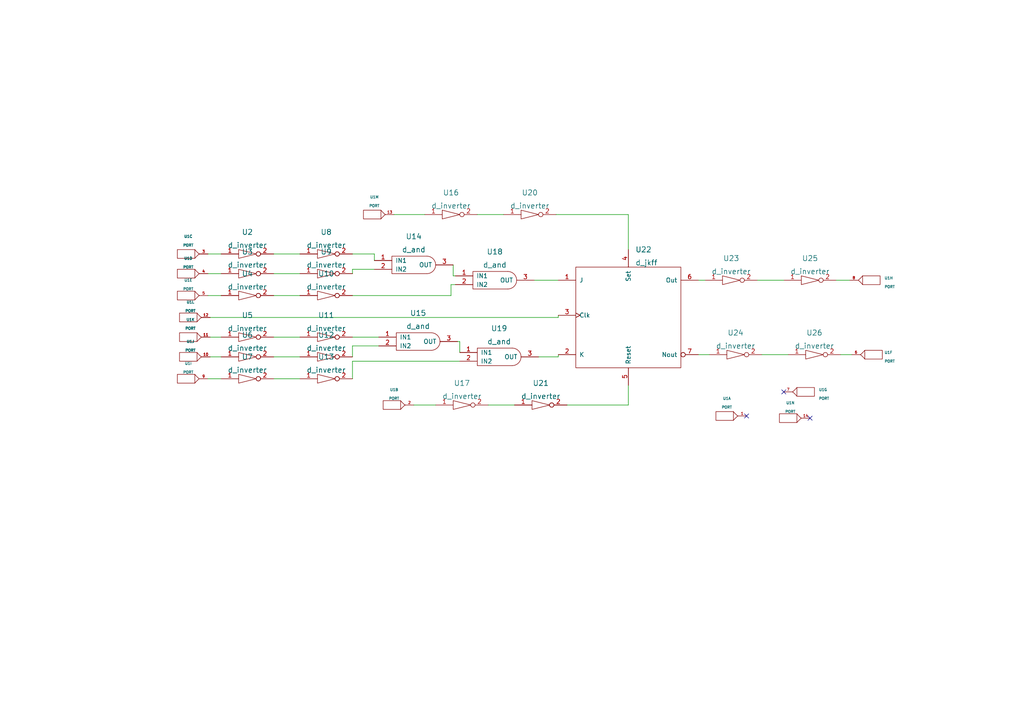
<source format=kicad_sch>
(kicad_sch (version 20211123) (generator eeschema)

  (uuid b1812bb8-73d6-4690-ac22-25bd093056e8)

  (paper "A4")

  (lib_symbols
    (symbol "eSim_Digital:d_and" (pin_names (offset 1.016)) (in_bom yes) (on_board yes)
      (property "Reference" "U" (id 0) (at 0 0 0)
        (effects (font (size 1.524 1.524)))
      )
      (property "Value" "d_and" (id 1) (at 1.27 2.54 0)
        (effects (font (size 1.524 1.524)))
      )
      (property "Footprint" "" (id 2) (at 0 0 0)
        (effects (font (size 1.524 1.524)))
      )
      (property "Datasheet" "" (id 3) (at 0 0 0)
        (effects (font (size 1.524 1.524)))
      )
      (symbol "d_and_0_1"
        (polyline
          (pts
            (xy 3.81 -1.27)
            (xy -6.35 -1.27)
            (xy -6.35 3.81)
            (xy 3.81 3.81)
          )
          (stroke (width 0) (type default) (color 0 0 0 0))
          (fill (type none))
        )
        (arc (start 3.81 -1.27) (mid 5.5897 -0.5171) (end 6.35 1.27)
          (stroke (width 0) (type default) (color 0 0 0 0))
          (fill (type none))
        )
        (arc (start 6.35 1.27) (mid 5.5971 3.0497) (end 3.81 3.81)
          (stroke (width 0) (type default) (color 0 0 0 0))
          (fill (type none))
        )
      )
      (symbol "d_and_1_1"
        (pin input line (at -11.43 2.54 0) (length 5.08)
          (name "IN1" (effects (font (size 1.27 1.27))))
          (number "1" (effects (font (size 1.27 1.27))))
        )
        (pin input line (at -11.43 0 0) (length 5.08)
          (name "IN2" (effects (font (size 1.27 1.27))))
          (number "2" (effects (font (size 1.27 1.27))))
        )
        (pin output line (at 11.43 1.27 180) (length 5.08)
          (name "OUT" (effects (font (size 1.27 1.27))))
          (number "3" (effects (font (size 1.27 1.27))))
        )
      )
    )
    (symbol "eSim_Digital:d_inverter" (pin_names (offset 1.016)) (in_bom yes) (on_board yes)
      (property "Reference" "U" (id 0) (at 0 -2.54 0)
        (effects (font (size 1.524 1.524)))
      )
      (property "Value" "d_inverter" (id 1) (at 0 3.81 0)
        (effects (font (size 1.524 1.524)))
      )
      (property "Footprint" "" (id 2) (at 1.27 -1.27 0)
        (effects (font (size 1.524 1.524)))
      )
      (property "Datasheet" "" (id 3) (at 1.27 -1.27 0)
        (effects (font (size 1.524 1.524)))
      )
      (symbol "d_inverter_0_1"
        (polyline
          (pts
            (xy -2.54 1.27)
            (xy -2.54 -1.27)
            (xy 2.54 0)
            (xy -2.54 1.27)
          )
          (stroke (width 0) (type default) (color 0 0 0 0))
          (fill (type none))
        )
      )
      (symbol "d_inverter_1_1"
        (pin input line (at -7.62 0 0) (length 5.08)
          (name "~" (effects (font (size 1.27 1.27))))
          (number "1" (effects (font (size 1.27 1.27))))
        )
        (pin output inverted (at 7.62 0 180) (length 5.08)
          (name "~" (effects (font (size 1.27 1.27))))
          (number "2" (effects (font (size 1.27 1.27))))
        )
      )
    )
    (symbol "eSim_Digital:d_jkff" (pin_names (offset 1.016)) (in_bom yes) (on_board yes)
      (property "Reference" "U" (id 0) (at 0 0 0)
        (effects (font (size 1.524 1.524)))
      )
      (property "Value" "d_jkff" (id 1) (at 1.27 3.81 0)
        (effects (font (size 1.524 1.524)))
      )
      (property "Footprint" "" (id 2) (at 0 0 0)
        (effects (font (size 1.524 1.524)))
      )
      (property "Datasheet" "" (id 3) (at 0 0 0)
        (effects (font (size 1.524 1.524)))
      )
      (symbol "d_jkff_0_1"
        (rectangle (start 15.24 13.97) (end -15.24 -15.24)
          (stroke (width 0) (type default) (color 0 0 0 0))
          (fill (type none))
        )
      )
      (symbol "d_jkff_1_1"
        (pin input line (at -20.32 10.16 0) (length 5.08)
          (name "J" (effects (font (size 1.27 1.27))))
          (number "1" (effects (font (size 1.27 1.27))))
        )
        (pin input line (at -20.32 -11.43 0) (length 5.08)
          (name "K" (effects (font (size 1.27 1.27))))
          (number "2" (effects (font (size 1.27 1.27))))
        )
        (pin input clock (at -20.32 0 0) (length 5.08)
          (name "Clk" (effects (font (size 1.27 1.27))))
          (number "3" (effects (font (size 1.27 1.27))))
        )
        (pin input line (at 0 19.05 270) (length 5.08)
          (name "Set" (effects (font (size 1.27 1.27))))
          (number "4" (effects (font (size 1.27 1.27))))
        )
        (pin input line (at 0 -20.32 90) (length 5.08)
          (name "Reset" (effects (font (size 1.27 1.27))))
          (number "5" (effects (font (size 1.27 1.27))))
        )
        (pin output line (at 20.32 10.16 180) (length 5.08)
          (name "Out" (effects (font (size 1.27 1.27))))
          (number "6" (effects (font (size 1.27 1.27))))
        )
        (pin output inverted (at 20.32 -11.43 180) (length 5.08)
          (name "Nout" (effects (font (size 1.27 1.27))))
          (number "7" (effects (font (size 1.27 1.27))))
        )
      )
    )
    (symbol "eSim_Miscellaneous:PORT" (pin_names (offset 1.016)) (in_bom yes) (on_board yes)
      (property "Reference" "U" (id 0) (at 1.27 2.54 0)
        (effects (font (size 0.762 0.762)))
      )
      (property "Value" "PORT" (id 1) (at 0 0 0)
        (effects (font (size 0.762 0.762)))
      )
      (property "Footprint" "" (id 2) (at 0 0 0)
        (effects (font (size 1.524 1.524)))
      )
      (property "Datasheet" "" (id 3) (at 0 0 0)
        (effects (font (size 1.524 1.524)))
      )
      (symbol "PORT_0_1"
        (rectangle (start -2.54 1.27) (end 2.54 -1.27)
          (stroke (width 0) (type default) (color 0 0 0 0))
          (fill (type none))
        )
        (arc (start 2.54 1.27) (mid 3.1355 0.5955) (end 3.81 0)
          (stroke (width 0) (type default) (color 0 0 0 0))
          (fill (type none))
        )
        (arc (start 3.81 0) (mid 3.1447 -0.6046) (end 2.54 -1.27)
          (stroke (width 0) (type default) (color 0 0 0 0))
          (fill (type none))
        )
      )
      (symbol "PORT_1_1"
        (pin bidirectional line (at 6.35 0 180) (length 2.54)
          (name "~" (effects (font (size 0.762 0.762))))
          (number "1" (effects (font (size 0.762 0.762))))
        )
      )
      (symbol "PORT_2_1"
        (pin bidirectional line (at 6.35 0 180) (length 2.54)
          (name "~" (effects (font (size 0.762 0.762))))
          (number "2" (effects (font (size 0.762 0.762))))
        )
      )
      (symbol "PORT_3_1"
        (pin bidirectional line (at 6.35 0 180) (length 2.54)
          (name "~" (effects (font (size 0.762 0.762))))
          (number "3" (effects (font (size 0.762 0.762))))
        )
      )
      (symbol "PORT_4_1"
        (pin bidirectional line (at 6.35 0 180) (length 2.54)
          (name "~" (effects (font (size 0.762 0.762))))
          (number "4" (effects (font (size 0.762 0.762))))
        )
      )
      (symbol "PORT_5_1"
        (pin bidirectional line (at 6.35 0 180) (length 2.54)
          (name "~" (effects (font (size 0.762 0.762))))
          (number "5" (effects (font (size 0.762 0.762))))
        )
      )
      (symbol "PORT_6_1"
        (pin bidirectional line (at 6.35 0 180) (length 2.54)
          (name "~" (effects (font (size 0.762 0.762))))
          (number "6" (effects (font (size 0.762 0.762))))
        )
      )
      (symbol "PORT_7_1"
        (pin bidirectional line (at 6.35 0 180) (length 2.54)
          (name "~" (effects (font (size 0.762 0.762))))
          (number "7" (effects (font (size 0.762 0.762))))
        )
      )
      (symbol "PORT_8_1"
        (pin bidirectional line (at 6.35 0 180) (length 2.54)
          (name "~" (effects (font (size 0.762 0.762))))
          (number "8" (effects (font (size 0.762 0.762))))
        )
      )
      (symbol "PORT_9_1"
        (pin bidirectional line (at 6.35 0 180) (length 2.54)
          (name "~" (effects (font (size 0.762 0.762))))
          (number "9" (effects (font (size 0.762 0.762))))
        )
      )
      (symbol "PORT_10_1"
        (pin bidirectional line (at 6.35 0 180) (length 2.54)
          (name "~" (effects (font (size 0.762 0.762))))
          (number "10" (effects (font (size 0.762 0.762))))
        )
      )
      (symbol "PORT_11_1"
        (pin bidirectional line (at 6.35 0 180) (length 2.54)
          (name "~" (effects (font (size 0.762 0.762))))
          (number "11" (effects (font (size 0.762 0.762))))
        )
      )
      (symbol "PORT_12_1"
        (pin bidirectional line (at 6.35 0 180) (length 2.54)
          (name "~" (effects (font (size 0.762 0.762))))
          (number "12" (effects (font (size 0.762 0.762))))
        )
      )
      (symbol "PORT_13_1"
        (pin bidirectional line (at 6.35 0 180) (length 2.54)
          (name "~" (effects (font (size 0.762 0.762))))
          (number "13" (effects (font (size 0.762 0.762))))
        )
      )
      (symbol "PORT_14_1"
        (pin bidirectional line (at 6.35 0 180) (length 2.54)
          (name "~" (effects (font (size 0.762 0.762))))
          (number "14" (effects (font (size 0.762 0.762))))
        )
      )
      (symbol "PORT_15_1"
        (pin bidirectional line (at 6.35 0 180) (length 2.54)
          (name "~" (effects (font (size 0.762 0.762))))
          (number "15" (effects (font (size 0.762 0.762))))
        )
      )
      (symbol "PORT_16_1"
        (pin bidirectional line (at 6.35 0 180) (length 2.54)
          (name "~" (effects (font (size 0.762 0.762))))
          (number "16" (effects (font (size 0.762 0.762))))
        )
      )
      (symbol "PORT_17_1"
        (pin bidirectional line (at 6.35 0 180) (length 2.54)
          (name "~" (effects (font (size 0.762 0.762))))
          (number "17" (effects (font (size 0.762 0.762))))
        )
      )
      (symbol "PORT_18_1"
        (pin bidirectional line (at 6.35 0 180) (length 2.54)
          (name "~" (effects (font (size 0.762 0.762))))
          (number "18" (effects (font (size 0.762 0.762))))
        )
      )
      (symbol "PORT_19_1"
        (pin bidirectional line (at 6.35 0 180) (length 2.54)
          (name "~" (effects (font (size 0.762 0.762))))
          (number "19" (effects (font (size 0.762 0.762))))
        )
      )
      (symbol "PORT_20_1"
        (pin bidirectional line (at 6.35 0 180) (length 2.54)
          (name "~" (effects (font (size 0.762 0.762))))
          (number "20" (effects (font (size 0.762 0.762))))
        )
      )
      (symbol "PORT_21_1"
        (pin bidirectional line (at 6.35 0 180) (length 2.54)
          (name "~" (effects (font (size 0.762 0.762))))
          (number "21" (effects (font (size 0.762 0.762))))
        )
      )
      (symbol "PORT_22_1"
        (pin bidirectional line (at 6.35 0 180) (length 2.54)
          (name "~" (effects (font (size 0.762 0.762))))
          (number "22" (effects (font (size 0.762 0.762))))
        )
      )
      (symbol "PORT_23_1"
        (pin bidirectional line (at 6.35 0 180) (length 2.54)
          (name "~" (effects (font (size 0.762 0.762))))
          (number "23" (effects (font (size 0.762 0.762))))
        )
      )
      (symbol "PORT_24_1"
        (pin bidirectional line (at 6.35 0 180) (length 2.54)
          (name "~" (effects (font (size 0.762 0.762))))
          (number "24" (effects (font (size 0.762 0.762))))
        )
      )
      (symbol "PORT_25_1"
        (pin bidirectional line (at 6.35 0 180) (length 2.54)
          (name "~" (effects (font (size 0.762 0.762))))
          (number "25" (effects (font (size 0.762 0.762))))
        )
      )
      (symbol "PORT_26_1"
        (pin bidirectional line (at 6.35 0 180) (length 2.54)
          (name "~" (effects (font (size 0.762 0.762))))
          (number "26" (effects (font (size 0.762 0.762))))
        )
      )
    )
  )


  (no_connect (at 234.95 121.285) (uuid 97b21792-8aef-4035-9ce2-b27bb4d3426c))
  (no_connect (at 227.33 113.665) (uuid f0dce763-82b9-4c2e-ab53-f545a6cae7a8))
  (no_connect (at 216.535 120.65) (uuid f5aa6630-5f70-4b6c-993b-dc77eb0f714f))

  (wire (pts (xy 79.375 97.79) (xy 86.995 97.79))
    (stroke (width 0) (type default) (color 0 0 0 0))
    (uuid 00a72ee5-fa80-4b82-a5ea-4ee6440134af)
  )
  (wire (pts (xy 220.98 102.87) (xy 228.6 102.87))
    (stroke (width 0) (type default) (color 0 0 0 0))
    (uuid 01f7d1b3-0441-4787-a366-5e0adc0d6715)
  )
  (wire (pts (xy 60.325 85.725) (xy 64.135 85.725))
    (stroke (width 0) (type default) (color 0 0 0 0))
    (uuid 096088fb-84b3-4470-a363-3caad552d339)
  )
  (wire (pts (xy 182.245 62.23) (xy 161.29 62.23))
    (stroke (width 0) (type default) (color 0 0 0 0))
    (uuid 0bc67ae5-8803-469b-8b27-5c6acf78b6b3)
  )
  (wire (pts (xy 102.235 103.505) (xy 102.235 100.33))
    (stroke (width 0) (type default) (color 0 0 0 0))
    (uuid 0eb298f3-9990-4e36-860e-8217f36afecc)
  )
  (wire (pts (xy 202.565 102.87) (xy 205.74 102.87))
    (stroke (width 0) (type default) (color 0 0 0 0))
    (uuid 1109219d-184e-4df3-aeb2-86acbe280272)
  )
  (wire (pts (xy 242.57 81.28) (xy 246.38 81.28))
    (stroke (width 0) (type default) (color 0 0 0 0))
    (uuid 1ad29985-32cc-4941-961e-3ace011394e6)
  )
  (wire (pts (xy 164.465 117.475) (xy 182.245 117.475))
    (stroke (width 0) (type default) (color 0 0 0 0))
    (uuid 1bb9790b-39f8-4864-83a5-5af26b8a6eeb)
  )
  (wire (pts (xy 156.21 103.505) (xy 161.925 103.505))
    (stroke (width 0) (type default) (color 0 0 0 0))
    (uuid 30a2c3b2-2f4c-49fa-8ff9-fce294cde0ae)
  )
  (wire (pts (xy 60.96 92.075) (xy 161.925 92.075))
    (stroke (width 0) (type default) (color 0 0 0 0))
    (uuid 368067d8-3cba-477d-b459-230faeabbe73)
  )
  (wire (pts (xy 130.81 85.725) (xy 130.81 82.55))
    (stroke (width 0) (type default) (color 0 0 0 0))
    (uuid 37b118cf-748f-4c15-8c10-278282b0afb3)
  )
  (wire (pts (xy 102.235 97.79) (xy 109.855 97.79))
    (stroke (width 0) (type default) (color 0 0 0 0))
    (uuid 39a0f2fe-3285-46a6-a881-30e349e7be2e)
  )
  (wire (pts (xy 202.565 81.28) (xy 204.47 81.28))
    (stroke (width 0) (type default) (color 0 0 0 0))
    (uuid 3a58f43d-f5b7-47e1-aebf-91e64ee89237)
  )
  (wire (pts (xy 182.245 111.76) (xy 182.245 117.475))
    (stroke (width 0) (type default) (color 0 0 0 0))
    (uuid 3a8ae2e4-d915-4a81-8308-02e1b61fe4e8)
  )
  (wire (pts (xy 132.715 99.06) (xy 133.35 99.06))
    (stroke (width 0) (type default) (color 0 0 0 0))
    (uuid 44c3fc97-50ff-44b9-ad7e-53a2d185344a)
  )
  (wire (pts (xy 154.94 81.28) (xy 161.925 81.28))
    (stroke (width 0) (type default) (color 0 0 0 0))
    (uuid 478574a5-aae3-4674-9187-4f1fe19845fc)
  )
  (wire (pts (xy 102.235 85.725) (xy 130.81 85.725))
    (stroke (width 0) (type default) (color 0 0 0 0))
    (uuid 48b5d3ba-e398-4753-b639-9c420c63bb5a)
  )
  (wire (pts (xy 102.235 100.33) (xy 109.855 100.33))
    (stroke (width 0) (type default) (color 0 0 0 0))
    (uuid 4ae1c24a-99b0-4c89-be0a-e5e0f81d43b4)
  )
  (wire (pts (xy 60.325 79.375) (xy 64.135 79.375))
    (stroke (width 0) (type default) (color 0 0 0 0))
    (uuid 4c5dd144-a933-40fe-83cc-06e7ca57f290)
  )
  (wire (pts (xy 219.71 81.28) (xy 227.33 81.28))
    (stroke (width 0) (type default) (color 0 0 0 0))
    (uuid 50cef616-ceee-4060-9bbd-9311db6798d3)
  )
  (wire (pts (xy 131.445 76.835) (xy 131.445 80.01))
    (stroke (width 0) (type default) (color 0 0 0 0))
    (uuid 590d8622-3586-42dc-9db2-5e6ba4f645c3)
  )
  (wire (pts (xy 133.35 99.06) (xy 133.35 102.235))
    (stroke (width 0) (type default) (color 0 0 0 0))
    (uuid 5978b198-a376-4e3d-bb12-41f8890a2a78)
  )
  (wire (pts (xy 161.925 103.505) (xy 161.925 102.87))
    (stroke (width 0) (type default) (color 0 0 0 0))
    (uuid 63d7e6a4-b2c4-4a2d-9b5e-5a71d8aa5547)
  )
  (wire (pts (xy 60.325 73.66) (xy 64.135 73.66))
    (stroke (width 0) (type default) (color 0 0 0 0))
    (uuid 6575a872-72d4-4021-9622-c763f3ea14b4)
  )
  (wire (pts (xy 79.375 103.505) (xy 86.995 103.505))
    (stroke (width 0) (type default) (color 0 0 0 0))
    (uuid 66dd21cc-4854-42d1-8405-7d46eb18babc)
  )
  (wire (pts (xy 243.84 102.87) (xy 247.015 102.87))
    (stroke (width 0) (type default) (color 0 0 0 0))
    (uuid 76e0a5c5-9a93-471e-9c09-4293803e59c1)
  )
  (wire (pts (xy 79.375 73.66) (xy 86.995 73.66))
    (stroke (width 0) (type default) (color 0 0 0 0))
    (uuid 7836d24d-f37b-465a-9944-62aadcc430cb)
  )
  (wire (pts (xy 102.235 109.855) (xy 102.235 104.775))
    (stroke (width 0) (type default) (color 0 0 0 0))
    (uuid 82e649c5-06dd-4c3a-bce3-8b34459045f4)
  )
  (wire (pts (xy 138.43 62.23) (xy 146.05 62.23))
    (stroke (width 0) (type default) (color 0 0 0 0))
    (uuid 85367236-2306-4fce-a784-cc9c56406914)
  )
  (wire (pts (xy 102.235 79.375) (xy 102.235 78.105))
    (stroke (width 0) (type default) (color 0 0 0 0))
    (uuid 88f784e7-c06f-4120-84ea-5c7788fac8cb)
  )
  (wire (pts (xy 60.96 103.505) (xy 64.135 103.505))
    (stroke (width 0) (type default) (color 0 0 0 0))
    (uuid 8b491908-238b-461e-a2cc-3c735aef7a2c)
  )
  (wire (pts (xy 102.235 73.66) (xy 108.585 73.66))
    (stroke (width 0) (type default) (color 0 0 0 0))
    (uuid 9e3395a5-c252-4a78-b786-0665fddb77cf)
  )
  (wire (pts (xy 102.235 78.105) (xy 108.585 78.105))
    (stroke (width 0) (type default) (color 0 0 0 0))
    (uuid a0140f0f-d0c7-499c-b6b8-01877b911857)
  )
  (wire (pts (xy 79.375 109.855) (xy 86.995 109.855))
    (stroke (width 0) (type default) (color 0 0 0 0))
    (uuid a3b0540b-34f4-430f-bb32-3e37ddb2ffd9)
  )
  (wire (pts (xy 120.015 117.475) (xy 126.365 117.475))
    (stroke (width 0) (type default) (color 0 0 0 0))
    (uuid b089467b-d7e5-4c7f-a955-2704c83c8c7e)
  )
  (wire (pts (xy 60.96 97.79) (xy 64.135 97.79))
    (stroke (width 0) (type default) (color 0 0 0 0))
    (uuid b0c64ff6-e799-4bc7-8303-a83e0fe60d3c)
  )
  (wire (pts (xy 79.375 85.725) (xy 86.995 85.725))
    (stroke (width 0) (type default) (color 0 0 0 0))
    (uuid b43d6ef6-e217-4538-9e11-f6df2ac6999b)
  )
  (wire (pts (xy 108.585 73.66) (xy 108.585 75.565))
    (stroke (width 0) (type default) (color 0 0 0 0))
    (uuid b709d68e-6061-4913-afd4-93b4fd0dabc2)
  )
  (wire (pts (xy 79.375 79.375) (xy 86.995 79.375))
    (stroke (width 0) (type default) (color 0 0 0 0))
    (uuid bb96fc07-9f77-47ac-9650-4492fdadbdc6)
  )
  (wire (pts (xy 60.325 109.855) (xy 64.135 109.855))
    (stroke (width 0) (type default) (color 0 0 0 0))
    (uuid be852d54-453a-4195-8f40-8b3081880cf3)
  )
  (wire (pts (xy 102.235 104.775) (xy 133.35 104.775))
    (stroke (width 0) (type default) (color 0 0 0 0))
    (uuid c9273ed5-b569-4acd-9396-22ac47b8c815)
  )
  (wire (pts (xy 141.605 117.475) (xy 149.225 117.475))
    (stroke (width 0) (type default) (color 0 0 0 0))
    (uuid d0a63238-7cdc-44bb-ad1f-75c524a2640f)
  )
  (wire (pts (xy 130.81 82.55) (xy 132.08 82.55))
    (stroke (width 0) (type default) (color 0 0 0 0))
    (uuid d8c84460-9cdd-449c-a8f0-c895431610c8)
  )
  (wire (pts (xy 161.925 92.075) (xy 161.925 91.44))
    (stroke (width 0) (type default) (color 0 0 0 0))
    (uuid dc5f919e-b3f5-43ef-9256-fea98a0a9d3d)
  )
  (wire (pts (xy 131.445 80.01) (xy 132.08 80.01))
    (stroke (width 0) (type default) (color 0 0 0 0))
    (uuid e9035501-2d9a-4c21-a639-2b9c7bee4bc7)
  )
  (wire (pts (xy 114.3 62.23) (xy 123.19 62.23))
    (stroke (width 0) (type default) (color 0 0 0 0))
    (uuid ee2fefa9-9c47-4f89-9d43-535f084e8cfe)
  )
  (wire (pts (xy 182.245 72.39) (xy 182.245 62.23))
    (stroke (width 0) (type default) (color 0 0 0 0))
    (uuid f4576f71-818c-4a5b-b0db-bb4e10fdb5cf)
  )

  (symbol (lib_id "eSim_Digital:d_inverter") (at 133.985 117.475 0) (unit 1)
    (in_bom yes) (on_board yes) (fields_autoplaced)
    (uuid 00630cbb-3893-4d89-b59f-73198fadc949)
    (property "Reference" "U17" (id 0) (at 133.985 111.125 0)
      (effects (font (size 1.524 1.524)))
    )
    (property "Value" "d_inverter" (id 1) (at 133.985 114.935 0)
      (effects (font (size 1.524 1.524)))
    )
    (property "Footprint" "" (id 2) (at 135.255 118.745 0)
      (effects (font (size 1.524 1.524)))
    )
    (property "Datasheet" "" (id 3) (at 135.255 118.745 0)
      (effects (font (size 1.524 1.524)))
    )
    (pin "1" (uuid e0db3fb4-c8bd-4ce1-979f-607ab70e5a1d))
    (pin "2" (uuid 5a7d78d7-6de6-4c42-98fe-c720aa80fbe7))
  )

  (symbol (lib_id "eSim_Digital:d_inverter") (at 234.95 81.28 0) (unit 1)
    (in_bom yes) (on_board yes) (fields_autoplaced)
    (uuid 08f3a9f4-b920-4680-a530-2465ffca2fdb)
    (property "Reference" "U25" (id 0) (at 234.95 74.93 0)
      (effects (font (size 1.524 1.524)))
    )
    (property "Value" "d_inverter" (id 1) (at 234.95 78.74 0)
      (effects (font (size 1.524 1.524)))
    )
    (property "Footprint" "" (id 2) (at 236.22 82.55 0)
      (effects (font (size 1.524 1.524)))
    )
    (property "Datasheet" "" (id 3) (at 236.22 82.55 0)
      (effects (font (size 1.524 1.524)))
    )
    (pin "1" (uuid c30f1b11-6252-4801-ac81-d3f2b39e702a))
    (pin "2" (uuid bb124f83-26ff-4ed9-a41f-c1dec8a9c3f8))
  )

  (symbol (lib_id "eSim_Digital:d_inverter") (at 71.755 79.375 0) (unit 1)
    (in_bom yes) (on_board yes) (fields_autoplaced)
    (uuid 0993443f-61f4-46fa-8e54-9d9779b485e2)
    (property "Reference" "U3" (id 0) (at 71.755 73.025 0)
      (effects (font (size 1.524 1.524)))
    )
    (property "Value" "d_inverter" (id 1) (at 71.755 76.835 0)
      (effects (font (size 1.524 1.524)))
    )
    (property "Footprint" "" (id 2) (at 73.025 80.645 0)
      (effects (font (size 1.524 1.524)))
    )
    (property "Datasheet" "" (id 3) (at 73.025 80.645 0)
      (effects (font (size 1.524 1.524)))
    )
    (pin "1" (uuid 9f7ae6aa-4779-49a3-902f-de080318736a))
    (pin "2" (uuid b68c2c94-6f47-4a7d-bc24-717d4d2f7e56))
  )

  (symbol (lib_id "eSim_Miscellaneous:PORT") (at 54.61 97.79 0) (unit 11)
    (in_bom yes) (on_board yes) (fields_autoplaced)
    (uuid 0ce21d35-576f-4fcb-825b-83e6e72ce632)
    (property "Reference" "U1" (id 0) (at 55.245 92.71 0)
      (effects (font (size 0.762 0.762)))
    )
    (property "Value" "PORT" (id 1) (at 55.245 95.25 0)
      (effects (font (size 0.762 0.762)))
    )
    (property "Footprint" "" (id 2) (at 54.61 97.79 0)
      (effects (font (size 1.524 1.524)))
    )
    (property "Datasheet" "" (id 3) (at 54.61 97.79 0)
      (effects (font (size 1.524 1.524)))
    )
    (pin "1" (uuid 6da95c29-3847-47a2-b194-86ce7ded820f))
    (pin "2" (uuid 59011834-61d3-4986-bedf-9395380730b1))
    (pin "3" (uuid 869aa3a6-8dd7-44bb-a401-ef9dbd7dac00))
    (pin "4" (uuid a154a719-e544-4012-a697-d32d63b73e05))
    (pin "5" (uuid 7fe9bbe8-9c04-484c-a7d8-497975b5f2d8))
    (pin "6" (uuid a908c5ad-85c1-448b-9737-7b37797d0637))
    (pin "7" (uuid c4513c56-40ce-4013-b960-1d3a68fd1015))
    (pin "8" (uuid 6a0dc88f-2975-4a96-bf8c-51069fc18cf2))
    (pin "9" (uuid 6942d8b9-1873-4f8a-83ba-bb001e81d693))
    (pin "10" (uuid bdfbff4e-6e82-4aa9-a38c-d0b58ff8105e))
    (pin "11" (uuid ccc1e68d-9793-4b46-97d7-34daae1073ef))
    (pin "12" (uuid eff3f5cf-2791-4168-8de9-696f8c0710bc))
    (pin "13" (uuid 1028a158-607b-44a6-b64c-3697029cab8c))
    (pin "14" (uuid 28f571be-4dac-4db0-b3b2-7c416f4e5894))
    (pin "15" (uuid 457cc6b7-74cf-457e-af1d-7e1a68e6ece7))
    (pin "16" (uuid 29093c0e-a1ef-4e66-9ebe-7e7c8d7dffae))
    (pin "17" (uuid 854531c7-83fb-4d23-8f27-f65abdac2fdb))
    (pin "18" (uuid 25971179-6930-4c34-ae83-ef25f97aff30))
    (pin "19" (uuid a6025c86-32e2-4ae3-8bf9-911fe27eb600))
    (pin "20" (uuid a26951ef-f41f-4070-99d7-fe97a56ff441))
    (pin "21" (uuid d7eb33e2-09fd-4d9b-8e6b-e8b569c7433c))
    (pin "22" (uuid dc6e41f5-344a-4b89-a6e2-c2a818f44718))
    (pin "23" (uuid 4f80441a-56bd-4d66-a946-8b4f397207d2))
    (pin "24" (uuid 93eb0fad-a093-4617-8561-f8cd39030c48))
    (pin "25" (uuid 78dce4a7-770f-4aa0-b395-5dc6d79aee0a))
    (pin "26" (uuid 39c38b45-5860-4c27-8080-935a9dfa05af))
  )

  (symbol (lib_id "eSim_Digital:d_inverter") (at 94.615 103.505 0) (unit 1)
    (in_bom yes) (on_board yes) (fields_autoplaced)
    (uuid 0eb48cc8-608e-43fe-9f6d-6f10a8ccc6db)
    (property "Reference" "U12" (id 0) (at 94.615 97.155 0)
      (effects (font (size 1.524 1.524)))
    )
    (property "Value" "d_inverter" (id 1) (at 94.615 100.965 0)
      (effects (font (size 1.524 1.524)))
    )
    (property "Footprint" "" (id 2) (at 95.885 104.775 0)
      (effects (font (size 1.524 1.524)))
    )
    (property "Datasheet" "" (id 3) (at 95.885 104.775 0)
      (effects (font (size 1.524 1.524)))
    )
    (pin "1" (uuid f8617090-f4c4-4da0-98d6-2ce8796da62d))
    (pin "2" (uuid a1a5d898-6f41-4ae2-bf2c-18d29fbb34f2))
  )

  (symbol (lib_id "eSim_Digital:d_inverter") (at 94.615 79.375 0) (unit 1)
    (in_bom yes) (on_board yes) (fields_autoplaced)
    (uuid 1250fec7-e128-40c3-af7a-1ac68cb06e72)
    (property "Reference" "U9" (id 0) (at 94.615 73.025 0)
      (effects (font (size 1.524 1.524)))
    )
    (property "Value" "d_inverter" (id 1) (at 94.615 76.835 0)
      (effects (font (size 1.524 1.524)))
    )
    (property "Footprint" "" (id 2) (at 95.885 80.645 0)
      (effects (font (size 1.524 1.524)))
    )
    (property "Datasheet" "" (id 3) (at 95.885 80.645 0)
      (effects (font (size 1.524 1.524)))
    )
    (pin "1" (uuid adf1d1a2-921a-453d-b897-1facef4c15f4))
    (pin "2" (uuid 7edda83a-ed1d-4780-bcbb-4a6c867ead92))
  )

  (symbol (lib_id "eSim_Miscellaneous:PORT") (at 233.68 113.665 180) (unit 7)
    (in_bom yes) (on_board yes) (fields_autoplaced)
    (uuid 161a7afb-0c81-4649-9772-e115263a5847)
    (property "Reference" "U1" (id 0) (at 237.49 113.03 0)
      (effects (font (size 0.762 0.762)) (justify right))
    )
    (property "Value" "PORT" (id 1) (at 237.49 115.57 0)
      (effects (font (size 0.762 0.762)) (justify right))
    )
    (property "Footprint" "" (id 2) (at 233.68 113.665 0)
      (effects (font (size 1.524 1.524)))
    )
    (property "Datasheet" "" (id 3) (at 233.68 113.665 0)
      (effects (font (size 1.524 1.524)))
    )
    (pin "1" (uuid 79980e30-0380-49b8-a703-2991cc795f56))
    (pin "2" (uuid 56a246dd-c96f-473c-bc28-a4158a4138fa))
    (pin "3" (uuid 044c1e8a-7a06-464f-9933-36ee9ed70907))
    (pin "4" (uuid d6bc3be9-e6ba-48d3-bae1-be9a6944c851))
    (pin "5" (uuid d60c38df-e12a-4022-8a60-604cc5702f23))
    (pin "6" (uuid 240851b1-8977-47f6-a0fd-2f5fe91caf3e))
    (pin "7" (uuid fb6e733d-2080-4ae8-890e-aa93091ee826))
    (pin "8" (uuid 3479c8e7-2e0a-4f35-a461-943cfc0642d1))
    (pin "9" (uuid 4fdc9802-46b2-477b-acf7-93d178ce4f48))
    (pin "10" (uuid 5b96bf33-a174-4f30-bd64-c0c306bfd642))
    (pin "11" (uuid c3a45a63-2b42-4cf2-8659-8114fe419a49))
    (pin "12" (uuid e70f20ba-73ce-4588-bbf6-d19811d3e1ba))
    (pin "13" (uuid 48b1b035-20e5-45ef-91aa-8729e88d8557))
    (pin "14" (uuid 1640cddb-6c8c-49ce-ab61-d511e870902a))
    (pin "15" (uuid 73e9fec6-3324-46af-8a29-0d2c63d86316))
    (pin "16" (uuid d49cd2eb-ecf3-4fa4-8746-ab7955591982))
    (pin "17" (uuid 73a95c50-2206-42e8-adfa-3884a6fce684))
    (pin "18" (uuid c6a733fc-ba75-48f1-a7d7-4713cf889722))
    (pin "19" (uuid bfbd0370-4cde-4ca8-9f16-241f0fa33e0b))
    (pin "20" (uuid 7f12a957-87df-461e-8467-d75283b824f7))
    (pin "21" (uuid 2b0b76ca-bd76-45cf-b2e2-536433912d88))
    (pin "22" (uuid 98609186-c628-4632-bd70-e8819d0cf624))
    (pin "23" (uuid 9e09e45d-2444-4f7b-97d6-fa647ed70b75))
    (pin "24" (uuid dc25dfa7-1f7f-43de-9d35-de384559f3fc))
    (pin "25" (uuid 46bf5835-0e94-4937-be38-93cde2722727))
    (pin "26" (uuid c3d30236-9b27-4a11-927f-fb5f0ed07972))
  )

  (symbol (lib_id "eSim_Digital:d_inverter") (at 130.81 62.23 0) (unit 1)
    (in_bom yes) (on_board yes) (fields_autoplaced)
    (uuid 17026734-7c07-48b2-9e99-ecf5c6980b64)
    (property "Reference" "U16" (id 0) (at 130.81 55.88 0)
      (effects (font (size 1.524 1.524)))
    )
    (property "Value" "d_inverter" (id 1) (at 130.81 59.69 0)
      (effects (font (size 1.524 1.524)))
    )
    (property "Footprint" "" (id 2) (at 132.08 63.5 0)
      (effects (font (size 1.524 1.524)))
    )
    (property "Datasheet" "" (id 3) (at 132.08 63.5 0)
      (effects (font (size 1.524 1.524)))
    )
    (pin "1" (uuid 8ab19fc4-f840-41f5-b834-9b87913c5617))
    (pin "2" (uuid d74b44a2-5422-40db-b197-93badad799b0))
  )

  (symbol (lib_id "eSim_Digital:d_and") (at 121.285 100.33 0) (unit 1)
    (in_bom yes) (on_board yes) (fields_autoplaced)
    (uuid 18c15cbc-ac0d-418b-87d6-eb379329d10f)
    (property "Reference" "U15" (id 0) (at 121.285 90.805 0)
      (effects (font (size 1.524 1.524)))
    )
    (property "Value" "d_and" (id 1) (at 121.285 94.615 0)
      (effects (font (size 1.524 1.524)))
    )
    (property "Footprint" "" (id 2) (at 121.285 100.33 0)
      (effects (font (size 1.524 1.524)))
    )
    (property "Datasheet" "" (id 3) (at 121.285 100.33 0)
      (effects (font (size 1.524 1.524)))
    )
    (pin "1" (uuid 39b6ec8f-2186-42f1-bd24-e268067676f4))
    (pin "2" (uuid aa6665cb-2280-4ddf-af36-dff136a46326))
    (pin "3" (uuid dbb94a8c-3fe1-40a3-be5c-94e4ea624809))
  )

  (symbol (lib_id "eSim_Digital:d_inverter") (at 71.755 73.66 0) (unit 1)
    (in_bom yes) (on_board yes) (fields_autoplaced)
    (uuid 19bc83fb-377b-4382-a08a-96b85d6bbe23)
    (property "Reference" "U2" (id 0) (at 71.755 67.31 0)
      (effects (font (size 1.524 1.524)))
    )
    (property "Value" "d_inverter" (id 1) (at 71.755 71.12 0)
      (effects (font (size 1.524 1.524)))
    )
    (property "Footprint" "" (id 2) (at 73.025 74.93 0)
      (effects (font (size 1.524 1.524)))
    )
    (property "Datasheet" "" (id 3) (at 73.025 74.93 0)
      (effects (font (size 1.524 1.524)))
    )
    (pin "1" (uuid 47b385ec-bf09-4856-ba0a-dd293576caf1))
    (pin "2" (uuid 1ad115a4-68fa-424e-9068-9aa19598950a))
  )

  (symbol (lib_id "eSim_Digital:d_inverter") (at 156.845 117.475 0) (unit 1)
    (in_bom yes) (on_board yes) (fields_autoplaced)
    (uuid 1b0929b2-d2dc-4209-aaa4-7aeb5131fce5)
    (property "Reference" "U21" (id 0) (at 156.845 111.125 0)
      (effects (font (size 1.524 1.524)))
    )
    (property "Value" "d_inverter" (id 1) (at 156.845 114.935 0)
      (effects (font (size 1.524 1.524)))
    )
    (property "Footprint" "" (id 2) (at 158.115 118.745 0)
      (effects (font (size 1.524 1.524)))
    )
    (property "Datasheet" "" (id 3) (at 158.115 118.745 0)
      (effects (font (size 1.524 1.524)))
    )
    (pin "1" (uuid c0b442b5-820f-4324-bb77-08761103f0d4))
    (pin "2" (uuid 0f5994e5-c12c-46d7-9435-5c88c7e43381))
  )

  (symbol (lib_id "eSim_Miscellaneous:PORT") (at 210.185 120.65 0) (unit 1)
    (in_bom yes) (on_board yes) (fields_autoplaced)
    (uuid 353a05ca-7df4-4d4b-ba9f-ee5ce81ddbf2)
    (property "Reference" "U1" (id 0) (at 210.82 115.57 0)
      (effects (font (size 0.762 0.762)))
    )
    (property "Value" "PORT" (id 1) (at 210.82 118.11 0)
      (effects (font (size 0.762 0.762)))
    )
    (property "Footprint" "" (id 2) (at 210.185 120.65 0)
      (effects (font (size 1.524 1.524)))
    )
    (property "Datasheet" "" (id 3) (at 210.185 120.65 0)
      (effects (font (size 1.524 1.524)))
    )
    (pin "1" (uuid f9ca8db0-40a9-48d4-81cd-4276a144bb81))
    (pin "2" (uuid b607ab4a-a227-47f1-af8b-707a9fac3d84))
    (pin "3" (uuid ce3f50da-23dc-4b7d-9133-2c17745b8ef6))
    (pin "4" (uuid e08d5dcf-991d-4d23-a813-f300e25c2001))
    (pin "5" (uuid c27ed687-96a5-4453-9923-31a9d1f38800))
    (pin "6" (uuid 428e2565-b7fb-4912-a2bb-5377c1766846))
    (pin "7" (uuid c89acba4-3b55-41bb-abe9-1c29c9c36f90))
    (pin "8" (uuid 1100cbed-dc2b-4db4-b577-3d14ced98df1))
    (pin "9" (uuid 3ab1b44f-3d6d-4ef3-82f7-ccc794f61861))
    (pin "10" (uuid c55dc878-adbc-4621-a4c1-4945f455ed9b))
    (pin "11" (uuid 1ef3c67a-1d32-4fa1-80d7-6648e70e532a))
    (pin "12" (uuid 43022b7f-dc67-4fac-85df-836068a189a1))
    (pin "13" (uuid edd71dbf-1976-4e9a-8f6c-247c187d6650))
    (pin "14" (uuid a7ae2ddb-1adf-4850-a300-bfd9c8fd4eca))
    (pin "15" (uuid d7df76c6-6985-4789-96ce-a9ab804dc806))
    (pin "16" (uuid 04635f11-46b4-47ab-a91a-aca86c3a8b07))
    (pin "17" (uuid 69154452-0276-4c50-8778-164a29bdf7eb))
    (pin "18" (uuid c3c50373-ae2d-4404-a69a-22a4351aeed8))
    (pin "19" (uuid 2a2fbfd7-5e56-4382-bfad-ded4c9cd7447))
    (pin "20" (uuid 2c9d858e-2f2e-4376-84d7-599f9544924f))
    (pin "21" (uuid 850a88de-b2ef-4776-a02e-3e4d68d94d8b))
    (pin "22" (uuid 2d8ff517-00db-4065-83ff-2869aca4be71))
    (pin "23" (uuid ffb59e6a-d355-435d-bd2e-8c0f53d18086))
    (pin "24" (uuid 6589d23c-7ecb-4bc7-8920-c6bedf9fbcb2))
    (pin "25" (uuid 26e3efa2-9b8f-405a-a317-25968856775a))
    (pin "26" (uuid d1a413e4-447a-4deb-8e03-d173d9c150e7))
  )

  (symbol (lib_id "eSim_Miscellaneous:PORT") (at 53.975 79.375 0) (unit 4)
    (in_bom yes) (on_board yes) (fields_autoplaced)
    (uuid 3b059ff3-e1f9-4dca-be9e-7d2f6f61b0aa)
    (property "Reference" "U1" (id 0) (at 54.61 74.93 0)
      (effects (font (size 0.762 0.762)))
    )
    (property "Value" "PORT" (id 1) (at 54.61 77.47 0)
      (effects (font (size 0.762 0.762)))
    )
    (property "Footprint" "" (id 2) (at 53.975 79.375 0)
      (effects (font (size 1.524 1.524)))
    )
    (property "Datasheet" "" (id 3) (at 53.975 79.375 0)
      (effects (font (size 1.524 1.524)))
    )
    (pin "1" (uuid 7a090333-692d-477b-b0b5-7b98cc83467a))
    (pin "2" (uuid 02ff87ac-776d-434c-a47c-22d64094d8ba))
    (pin "3" (uuid 6125282e-0b91-42b7-8595-b9ab3e6fdcb1))
    (pin "4" (uuid 22d20c8f-878b-433b-98c0-d668d5663842))
    (pin "5" (uuid 641c6183-4784-4b2b-bfa2-2b965bbb1cf0))
    (pin "6" (uuid 2e9c0c43-0b22-409a-bb5e-9395c42aebf3))
    (pin "7" (uuid af07c778-f943-4713-b74c-19a662ec620b))
    (pin "8" (uuid 6e3460cd-863d-487b-923c-3065516e5129))
    (pin "9" (uuid 61db4f98-a068-413e-ad76-6bf76e5a8a3e))
    (pin "10" (uuid 93dede0d-87b7-4bbd-a451-0584d7113af0))
    (pin "11" (uuid a1d64673-ce8f-492a-8d6a-9754225daab9))
    (pin "12" (uuid 7a3e705d-8035-4ea6-8882-7530c578e8fc))
    (pin "13" (uuid a6b18354-6ba7-4ab3-b724-29d24a431eab))
    (pin "14" (uuid 500aeae1-f89d-471e-9994-abd1229b8301))
    (pin "15" (uuid af86cce7-311f-4008-8470-dbcc6d6566c4))
    (pin "16" (uuid 11416948-b6f5-4346-bdb3-11ef15a2b5c4))
    (pin "17" (uuid d30f2368-220a-490b-92b8-6dfeb15178f8))
    (pin "18" (uuid 622ce9bb-a2c1-42f1-a903-fe65670dd354))
    (pin "19" (uuid 1b732205-386d-4ae7-a9f2-27608cab1b34))
    (pin "20" (uuid 614cc44e-0d28-4cee-acec-671351c917d7))
    (pin "21" (uuid 8f05b68a-3a3f-4353-9545-9dd85882b5e0))
    (pin "22" (uuid 27d71e60-799c-447d-bc53-55e98d7a46dc))
    (pin "23" (uuid 5cb32867-f4c5-4695-898f-882939ff49e0))
    (pin "24" (uuid 1561a7be-c001-453b-a8bd-39a803a43547))
    (pin "25" (uuid ecb2638e-f1b8-452b-a60d-f701ba88d146))
    (pin "26" (uuid 43746add-11b1-4b56-8666-15f6bd03895d))
  )

  (symbol (lib_id "eSim_Digital:d_and") (at 120.015 78.105 0) (unit 1)
    (in_bom yes) (on_board yes) (fields_autoplaced)
    (uuid 43d76b19-3b8e-4572-bdc2-8550c27ebc4c)
    (property "Reference" "U14" (id 0) (at 120.015 68.58 0)
      (effects (font (size 1.524 1.524)))
    )
    (property "Value" "d_and" (id 1) (at 120.015 72.39 0)
      (effects (font (size 1.524 1.524)))
    )
    (property "Footprint" "" (id 2) (at 120.015 78.105 0)
      (effects (font (size 1.524 1.524)))
    )
    (property "Datasheet" "" (id 3) (at 120.015 78.105 0)
      (effects (font (size 1.524 1.524)))
    )
    (pin "1" (uuid e0b8524e-03c8-47b5-8d36-bd84997a6986))
    (pin "2" (uuid 6cf6fc83-8e6d-44c0-9d30-5e5c7872b631))
    (pin "3" (uuid be53497b-acec-4d13-9fea-6963c124073a))
  )

  (symbol (lib_id "eSim_Digital:d_inverter") (at 71.755 85.725 0) (unit 1)
    (in_bom yes) (on_board yes) (fields_autoplaced)
    (uuid 510251d6-ac5a-452a-9a72-5c4c8af9b641)
    (property "Reference" "U4" (id 0) (at 71.755 79.375 0)
      (effects (font (size 1.524 1.524)))
    )
    (property "Value" "d_inverter" (id 1) (at 71.755 83.185 0)
      (effects (font (size 1.524 1.524)))
    )
    (property "Footprint" "" (id 2) (at 73.025 86.995 0)
      (effects (font (size 1.524 1.524)))
    )
    (property "Datasheet" "" (id 3) (at 73.025 86.995 0)
      (effects (font (size 1.524 1.524)))
    )
    (pin "1" (uuid 8cfd52ad-a383-4586-a843-494c54b59ed5))
    (pin "2" (uuid c0b6f7ad-8cb6-433a-ab68-7aeca217c22d))
  )

  (symbol (lib_id "eSim_Miscellaneous:PORT") (at 53.975 109.855 0) (unit 9)
    (in_bom yes) (on_board yes) (fields_autoplaced)
    (uuid 5327bf85-ae18-40fc-bc1f-239ca86cfcfd)
    (property "Reference" "U1" (id 0) (at 54.61 105.41 0)
      (effects (font (size 0.762 0.762)))
    )
    (property "Value" "PORT" (id 1) (at 54.61 107.95 0)
      (effects (font (size 0.762 0.762)))
    )
    (property "Footprint" "" (id 2) (at 53.975 109.855 0)
      (effects (font (size 1.524 1.524)))
    )
    (property "Datasheet" "" (id 3) (at 53.975 109.855 0)
      (effects (font (size 1.524 1.524)))
    )
    (pin "1" (uuid cc877b23-5f6d-4d9c-9984-ad9392deaa95))
    (pin "2" (uuid 7bd3abcd-4804-445f-85da-8ee18d9ee49f))
    (pin "3" (uuid fc291c9d-5ba3-4d29-a8b7-6e1a1ffbf51e))
    (pin "4" (uuid d5f066bf-851f-4155-ba77-486ea9849a83))
    (pin "5" (uuid f73625f4-01c7-4619-934c-4a49548d064c))
    (pin "6" (uuid b6029158-7802-4ee7-be50-a6c8a795088b))
    (pin "7" (uuid 8b204838-6ec1-464e-b713-f6a42a1c6d07))
    (pin "8" (uuid 945dea84-0488-4dc1-ae00-836a019f5366))
    (pin "9" (uuid 5ff76b5d-e5a8-4e97-9843-93dc29a1f050))
    (pin "10" (uuid 25bf566e-986d-40c3-9ce6-d0a3c391ca4a))
    (pin "11" (uuid 4a6d94fd-0e41-44a4-8c18-7584ab80f63c))
    (pin "12" (uuid 6b12903e-5f95-4bfc-aa5a-c1a2198e5d49))
    (pin "13" (uuid e4dcf824-59fc-403c-a737-95c5042514d2))
    (pin "14" (uuid 49a75879-73c2-4896-904d-bd8807a894c1))
    (pin "15" (uuid 4dc9e0a8-be79-4110-924d-92a820bb9ccf))
    (pin "16" (uuid cd711d13-d804-42ee-9bbc-ec24b7ea7f88))
    (pin "17" (uuid a54b37ed-9b30-4c11-89d3-99bf7add0157))
    (pin "18" (uuid 60ed3d69-39f6-4e17-8409-cc3622fd624f))
    (pin "19" (uuid 3878ef84-df7c-4c56-a839-e164ace92018))
    (pin "20" (uuid 375adb49-f29c-4c7a-a046-c84811be08ad))
    (pin "21" (uuid 37c4d174-a9c2-4c89-9444-ae1bfe35731b))
    (pin "22" (uuid 77eaf5f6-21f0-4f2a-9ad5-54fe326b7b80))
    (pin "23" (uuid 48174e2a-5f08-4bf5-8a39-8ad2a2a37fe3))
    (pin "24" (uuid 6916620c-8eb9-4026-9c6e-0fe6eb985f34))
    (pin "25" (uuid 765a7959-8874-459b-ab5e-173f4c7cbaa2))
    (pin "26" (uuid 57659fda-dcbb-4e2f-9278-67d4a1f6f3a5))
  )

  (symbol (lib_id "eSim_Digital:d_inverter") (at 71.755 109.855 0) (unit 1)
    (in_bom yes) (on_board yes) (fields_autoplaced)
    (uuid 54ee1d9b-8f7c-45ef-8566-45e7b5b92777)
    (property "Reference" "U7" (id 0) (at 71.755 103.505 0)
      (effects (font (size 1.524 1.524)))
    )
    (property "Value" "d_inverter" (id 1) (at 71.755 107.315 0)
      (effects (font (size 1.524 1.524)))
    )
    (property "Footprint" "" (id 2) (at 73.025 111.125 0)
      (effects (font (size 1.524 1.524)))
    )
    (property "Datasheet" "" (id 3) (at 73.025 111.125 0)
      (effects (font (size 1.524 1.524)))
    )
    (pin "1" (uuid 22d3ba21-c27f-4c5d-ad9d-c90086933a9e))
    (pin "2" (uuid 97e8116a-d662-429e-b1e1-e11efe6a55b3))
  )

  (symbol (lib_id "eSim_Miscellaneous:PORT") (at 53.975 85.725 0) (unit 5)
    (in_bom yes) (on_board yes) (fields_autoplaced)
    (uuid 58f2f974-f3de-48f8-8cda-d8548191a3a5)
    (property "Reference" "U1" (id 0) (at 54.61 81.28 0)
      (effects (font (size 0.762 0.762)))
    )
    (property "Value" "PORT" (id 1) (at 54.61 83.82 0)
      (effects (font (size 0.762 0.762)))
    )
    (property "Footprint" "" (id 2) (at 53.975 85.725 0)
      (effects (font (size 1.524 1.524)))
    )
    (property "Datasheet" "" (id 3) (at 53.975 85.725 0)
      (effects (font (size 1.524 1.524)))
    )
    (pin "1" (uuid fc15b268-1406-4520-b3f9-73c110801a88))
    (pin "2" (uuid d2a4072f-8c49-4c49-9e5f-02f4288c9080))
    (pin "3" (uuid c184d080-bd5f-47d1-a27d-7ee9de44cc82))
    (pin "4" (uuid 0a11b900-13b3-46af-bd38-cdead76b8144))
    (pin "5" (uuid 64331e24-81c9-434f-ac8a-49b1914911c1))
    (pin "6" (uuid 683084c6-23f9-4af2-a595-4eb7f8792046))
    (pin "7" (uuid cdef63c5-ecc6-43ef-a7b3-4920361f6d0b))
    (pin "8" (uuid b41ac166-6655-4943-840a-0d4e2e580488))
    (pin "9" (uuid f97a23ca-2cd8-4e50-a421-bb6f023bfa93))
    (pin "10" (uuid 206318d6-9841-4915-9cf0-70a428568d1e))
    (pin "11" (uuid 5057a46b-756d-41c9-9363-8a1d939f5cab))
    (pin "12" (uuid e6af6452-6b51-445c-b223-7c8140f63607))
    (pin "13" (uuid 04940513-a498-44e9-b7fd-79334ee45807))
    (pin "14" (uuid d0e93b1d-b684-42ed-9f4c-0ce15f0cebb0))
    (pin "15" (uuid 27a56878-7573-4cf5-b21a-efb576d25049))
    (pin "16" (uuid 862d3779-46d4-41f9-894e-9a6c9ce0c787))
    (pin "17" (uuid d07abbb5-ea8b-425c-a4fa-d29621ee7430))
    (pin "18" (uuid 2405261c-3c9c-4475-a848-5013da726206))
    (pin "19" (uuid c4f42821-93a6-4796-83fd-fdc2dfae61b1))
    (pin "20" (uuid 2eab202e-8b80-4a22-93cb-8e0db6538f74))
    (pin "21" (uuid ead98acb-4028-4223-b469-51273c3ec91c))
    (pin "22" (uuid 4702b2cf-d7da-473a-9d84-206c425bb4f2))
    (pin "23" (uuid 4ead9249-3c1f-422e-a4f6-215287847d14))
    (pin "24" (uuid 75fe2b0f-6f00-4e6f-bb87-789b30607b9f))
    (pin "25" (uuid 144df11a-2e77-4edc-ad5e-bb6fe984e14b))
    (pin "26" (uuid eded5bc4-3a23-41ef-9abb-f5f9121aa3db))
  )

  (symbol (lib_id "eSim_Miscellaneous:PORT") (at 228.6 121.285 0) (unit 14)
    (in_bom yes) (on_board yes) (fields_autoplaced)
    (uuid 5b31da6b-6cfe-419a-ac4e-8d8682cfccac)
    (property "Reference" "U1" (id 0) (at 229.235 116.84 0)
      (effects (font (size 0.762 0.762)))
    )
    (property "Value" "PORT" (id 1) (at 229.235 119.38 0)
      (effects (font (size 0.762 0.762)))
    )
    (property "Footprint" "" (id 2) (at 228.6 121.285 0)
      (effects (font (size 1.524 1.524)))
    )
    (property "Datasheet" "" (id 3) (at 228.6 121.285 0)
      (effects (font (size 1.524 1.524)))
    )
    (pin "1" (uuid 0204315c-b80f-4191-be5d-e0dc87161f2c))
    (pin "2" (uuid f0904372-bea7-4939-8b9e-60f98ff7b2a5))
    (pin "3" (uuid 5cbedb1d-e99e-4e04-8b1d-ee925256f240))
    (pin "4" (uuid 552b9966-3494-49d1-bd19-89bf750b5660))
    (pin "5" (uuid ad4e836d-b2e9-4b67-b109-760a3bf53d61))
    (pin "6" (uuid df751162-ac3a-4660-a46c-e25b77080430))
    (pin "7" (uuid 49ecded2-5da3-48ab-8041-0959cbbc4a4d))
    (pin "8" (uuid d6282883-19dd-4440-be66-f1dd7cc8b379))
    (pin "9" (uuid 05769916-3f68-4cf9-8479-83e3065c4ab7))
    (pin "10" (uuid 55004c55-2eef-479b-a3ac-49e79866537b))
    (pin "11" (uuid 29ca2881-5552-4749-9945-32d10de76d40))
    (pin "12" (uuid 718248c0-78b9-42c9-ac79-1f7437c873e4))
    (pin "13" (uuid 08b98340-0406-43b6-be53-88a1d590209e))
    (pin "14" (uuid 09eb0a2f-eca2-4b93-ad23-c81e6e538473))
    (pin "15" (uuid 23f9e479-71e1-4ea7-817f-474de39c0a18))
    (pin "16" (uuid 18227514-10b9-4077-ab1b-7dd3b1117721))
    (pin "17" (uuid 7c04b0a9-fea7-43f1-8aa3-84f1acb65924))
    (pin "18" (uuid ad43bcee-b557-4386-a991-e81d155bb2be))
    (pin "19" (uuid 975f9c87-5655-4d91-a361-59cf0c72b2ee))
    (pin "20" (uuid d0be84a5-91a3-431f-a792-458ec9bc46c1))
    (pin "21" (uuid 8f3f2c10-e1e1-49a4-801a-32684b5a205b))
    (pin "22" (uuid 5e5e6501-b5d3-40dc-bed6-7e48ebe42991))
    (pin "23" (uuid 82cb6712-df63-456e-90ff-c2402ea0a94a))
    (pin "24" (uuid 71207234-7ded-48d4-84c1-af0d9f1a4348))
    (pin "25" (uuid 0a9530e5-f646-40c4-afc7-1bf0c45e42ad))
    (pin "26" (uuid 046dd328-42a4-4246-a33a-6a0228b60c7b))
  )

  (symbol (lib_id "eSim_Digital:d_jkff") (at 182.245 91.44 0) (unit 1)
    (in_bom yes) (on_board yes) (fields_autoplaced)
    (uuid 5df91371-e9e2-4baa-ae5f-0243c7ab2c4e)
    (property "Reference" "U22" (id 0) (at 184.2644 72.39 0)
      (effects (font (size 1.524 1.524)) (justify left))
    )
    (property "Value" "d_jkff" (id 1) (at 184.2644 76.2 0)
      (effects (font (size 1.524 1.524)) (justify left))
    )
    (property "Footprint" "" (id 2) (at 182.245 91.44 0)
      (effects (font (size 1.524 1.524)))
    )
    (property "Datasheet" "" (id 3) (at 182.245 91.44 0)
      (effects (font (size 1.524 1.524)))
    )
    (pin "1" (uuid 6bddc643-be9f-4057-8177-33fad413cdf0))
    (pin "2" (uuid bb0e7e8c-fa44-496c-bcbb-9c4b8bc099ee))
    (pin "3" (uuid 24ef2207-10a7-43a1-afdc-f64d1d3cf8cd))
    (pin "4" (uuid 3ce1717e-f974-4e3d-9aa6-1b4ebe66a682))
    (pin "5" (uuid bacdf5ee-c374-4417-806b-9f0cf5f8eff2))
    (pin "6" (uuid a0c3e046-9255-48af-ac32-e4d925f08922))
    (pin "7" (uuid e757ae08-fe8f-4bbf-a742-f49b6932f340))
  )

  (symbol (lib_id "eSim_Digital:d_inverter") (at 94.615 109.855 0) (unit 1)
    (in_bom yes) (on_board yes) (fields_autoplaced)
    (uuid 680d1e07-efd5-4561-8744-07a2816980dc)
    (property "Reference" "U13" (id 0) (at 94.615 103.505 0)
      (effects (font (size 1.524 1.524)))
    )
    (property "Value" "d_inverter" (id 1) (at 94.615 107.315 0)
      (effects (font (size 1.524 1.524)))
    )
    (property "Footprint" "" (id 2) (at 95.885 111.125 0)
      (effects (font (size 1.524 1.524)))
    )
    (property "Datasheet" "" (id 3) (at 95.885 111.125 0)
      (effects (font (size 1.524 1.524)))
    )
    (pin "1" (uuid fb7cc491-0013-4bcc-9ddc-5ce82195f1f5))
    (pin "2" (uuid fcf8551b-4e60-4d57-bd20-f9e5d1f07e5a))
  )

  (symbol (lib_id "eSim_Digital:d_inverter") (at 153.67 62.23 0) (unit 1)
    (in_bom yes) (on_board yes) (fields_autoplaced)
    (uuid 69467d45-fb8d-4d4f-acc3-ca87d276a2d4)
    (property "Reference" "U20" (id 0) (at 153.67 55.88 0)
      (effects (font (size 1.524 1.524)))
    )
    (property "Value" "d_inverter" (id 1) (at 153.67 59.69 0)
      (effects (font (size 1.524 1.524)))
    )
    (property "Footprint" "" (id 2) (at 154.94 63.5 0)
      (effects (font (size 1.524 1.524)))
    )
    (property "Datasheet" "" (id 3) (at 154.94 63.5 0)
      (effects (font (size 1.524 1.524)))
    )
    (pin "1" (uuid 02a3a1d4-2bae-41ee-ac96-f0cd1254b960))
    (pin "2" (uuid f85edab6-4b0f-4bd3-8e86-2db8a7dbce26))
  )

  (symbol (lib_id "eSim_Digital:d_inverter") (at 213.36 102.87 0) (unit 1)
    (in_bom yes) (on_board yes) (fields_autoplaced)
    (uuid 69835465-5c7e-43c7-ad93-1a1627d7b51b)
    (property "Reference" "U24" (id 0) (at 213.36 96.52 0)
      (effects (font (size 1.524 1.524)))
    )
    (property "Value" "d_inverter" (id 1) (at 213.36 100.33 0)
      (effects (font (size 1.524 1.524)))
    )
    (property "Footprint" "" (id 2) (at 214.63 104.14 0)
      (effects (font (size 1.524 1.524)))
    )
    (property "Datasheet" "" (id 3) (at 214.63 104.14 0)
      (effects (font (size 1.524 1.524)))
    )
    (pin "1" (uuid ddf62cbd-3892-4a75-a731-5729bc8f43ce))
    (pin "2" (uuid 03522393-1450-47c3-9bed-edab75c67b92))
  )

  (symbol (lib_id "eSim_Miscellaneous:PORT") (at 253.365 102.87 180) (unit 6)
    (in_bom yes) (on_board yes) (fields_autoplaced)
    (uuid 6d08f8f8-3546-4bcc-958a-df88b85beddf)
    (property "Reference" "U1" (id 0) (at 256.54 102.235 0)
      (effects (font (size 0.762 0.762)) (justify right))
    )
    (property "Value" "PORT" (id 1) (at 256.54 104.775 0)
      (effects (font (size 0.762 0.762)) (justify right))
    )
    (property "Footprint" "" (id 2) (at 253.365 102.87 0)
      (effects (font (size 1.524 1.524)))
    )
    (property "Datasheet" "" (id 3) (at 253.365 102.87 0)
      (effects (font (size 1.524 1.524)))
    )
    (pin "1" (uuid 0357ecc7-cb99-469e-9292-ec64dde1accd))
    (pin "2" (uuid 7bbfc348-200a-484a-9f42-262157b11fb9))
    (pin "3" (uuid 16928253-a831-4c15-af16-3c7e3d3df9dc))
    (pin "4" (uuid 65ad07b0-b259-46ab-ab1c-ae7023be7e9a))
    (pin "5" (uuid de0cacbf-6ba1-4c53-8772-c9d4036a512d))
    (pin "6" (uuid 30708e9f-bf9d-4f94-9069-7dfe8823f3e7))
    (pin "7" (uuid 56f8723f-f528-4c52-a812-0d4b4c11dd5c))
    (pin "8" (uuid 2409231c-fd35-4513-8f69-4afac9b033fd))
    (pin "9" (uuid 500e1c6b-545b-4c8b-80cd-2758481ef9eb))
    (pin "10" (uuid aeec3b70-f95a-4620-ab70-108da04494bc))
    (pin "11" (uuid 9956883a-21e3-4653-95ef-aa36a4888811))
    (pin "12" (uuid 810f7ad6-b3c9-4adf-ada8-f681f641c301))
    (pin "13" (uuid baa2aa71-759c-4a4e-b607-ffbb3993f9fc))
    (pin "14" (uuid 98bd6033-3c2b-489a-99fb-6c4839b77dad))
    (pin "15" (uuid 164f790b-0628-41b4-8934-9c0dd6c4b24d))
    (pin "16" (uuid 4c32921c-0d49-4d99-8a43-27b5ae83bed9))
    (pin "17" (uuid d16130a3-5ac0-4611-a8c7-3fef98992eb5))
    (pin "18" (uuid db29d54a-f430-4f74-8ea0-9927b266262e))
    (pin "19" (uuid bea54962-5a6d-4815-b64b-8375aa99fe85))
    (pin "20" (uuid 6a914d67-e0a3-488c-a24e-8f1b2e3c4245))
    (pin "21" (uuid b40a208e-c51e-4106-8bf2-7fabd93c6405))
    (pin "22" (uuid df35b555-717d-4c70-a59f-4e80a7b38026))
    (pin "23" (uuid 26eb4fb7-cfe1-48a2-98cd-2552e2f57b9d))
    (pin "24" (uuid 9f92b5bc-22cd-4596-8dd7-6348e77e31a2))
    (pin "25" (uuid a60ee29d-20ab-45c5-b98b-78ece42badba))
    (pin "26" (uuid 2e7119eb-4d4f-4200-bb75-a9a2c3a3cf5b))
  )

  (symbol (lib_id "eSim_Digital:d_inverter") (at 71.755 97.79 0) (unit 1)
    (in_bom yes) (on_board yes) (fields_autoplaced)
    (uuid 749061ff-c16a-4aab-8b24-6d0dd79745e6)
    (property "Reference" "U5" (id 0) (at 71.755 91.44 0)
      (effects (font (size 1.524 1.524)))
    )
    (property "Value" "d_inverter" (id 1) (at 71.755 95.25 0)
      (effects (font (size 1.524 1.524)))
    )
    (property "Footprint" "" (id 2) (at 73.025 99.06 0)
      (effects (font (size 1.524 1.524)))
    )
    (property "Datasheet" "" (id 3) (at 73.025 99.06 0)
      (effects (font (size 1.524 1.524)))
    )
    (pin "1" (uuid 1ea2fa72-7a03-4cca-81fd-665fcaef751a))
    (pin "2" (uuid b1e233e5-6575-47ab-b493-4eb154952867))
  )

  (symbol (lib_id "eSim_Digital:d_inverter") (at 71.755 103.505 0) (unit 1)
    (in_bom yes) (on_board yes) (fields_autoplaced)
    (uuid 77b674ce-22e1-4498-a196-765e0420abf6)
    (property "Reference" "U6" (id 0) (at 71.755 97.155 0)
      (effects (font (size 1.524 1.524)))
    )
    (property "Value" "d_inverter" (id 1) (at 71.755 100.965 0)
      (effects (font (size 1.524 1.524)))
    )
    (property "Footprint" "" (id 2) (at 73.025 104.775 0)
      (effects (font (size 1.524 1.524)))
    )
    (property "Datasheet" "" (id 3) (at 73.025 104.775 0)
      (effects (font (size 1.524 1.524)))
    )
    (pin "1" (uuid 9b606ac8-a675-4218-ba4e-c6f481b4995c))
    (pin "2" (uuid 0cc04318-f20d-4164-a244-e07f8e91cec8))
  )

  (symbol (lib_id "eSim_Digital:d_inverter") (at 94.615 85.725 0) (unit 1)
    (in_bom yes) (on_board yes) (fields_autoplaced)
    (uuid 93cf0d4a-90fa-442c-939f-5d1ef6bc07dc)
    (property "Reference" "U10" (id 0) (at 94.615 79.375 0)
      (effects (font (size 1.524 1.524)))
    )
    (property "Value" "d_inverter" (id 1) (at 94.615 83.185 0)
      (effects (font (size 1.524 1.524)))
    )
    (property "Footprint" "" (id 2) (at 95.885 86.995 0)
      (effects (font (size 1.524 1.524)))
    )
    (property "Datasheet" "" (id 3) (at 95.885 86.995 0)
      (effects (font (size 1.524 1.524)))
    )
    (pin "1" (uuid 67215f5d-310d-4a5b-9a61-e088ab83304e))
    (pin "2" (uuid f1cbcce3-422f-4347-856b-67f931414927))
  )

  (symbol (lib_id "eSim_Miscellaneous:PORT") (at 252.73 81.28 180) (unit 8)
    (in_bom yes) (on_board yes) (fields_autoplaced)
    (uuid 9ea2bb7f-e305-4387-b21a-9815aca0f5ca)
    (property "Reference" "U1" (id 0) (at 256.54 80.645 0)
      (effects (font (size 0.762 0.762)) (justify right))
    )
    (property "Value" "PORT" (id 1) (at 256.54 83.185 0)
      (effects (font (size 0.762 0.762)) (justify right))
    )
    (property "Footprint" "" (id 2) (at 252.73 81.28 0)
      (effects (font (size 1.524 1.524)))
    )
    (property "Datasheet" "" (id 3) (at 252.73 81.28 0)
      (effects (font (size 1.524 1.524)))
    )
    (pin "1" (uuid 7e10a380-94dc-450a-a5e9-22d4ff0a88da))
    (pin "2" (uuid 8b16ae6c-0f6e-4d0b-b0f2-ccabf5b03f3c))
    (pin "3" (uuid 9936acbc-cb82-491e-99d9-433534d8bd5f))
    (pin "4" (uuid e9d849d6-447e-4961-bd69-010b308b9b23))
    (pin "5" (uuid 5cf18588-36c6-4bab-be22-2893aca292b3))
    (pin "6" (uuid 3c2c2cce-c130-45bb-a100-6ccf9bb8fab6))
    (pin "7" (uuid 86324faf-2bf8-4c73-b8c5-a7751a12a66d))
    (pin "8" (uuid 0a9de19a-9650-4f60-aaed-8e7d985fe6a5))
    (pin "9" (uuid 989faab5-bd96-4add-8d74-d615aaf09fe0))
    (pin "10" (uuid d5da72a6-032d-4178-a355-aca4763d248b))
    (pin "11" (uuid ada0d64f-911c-4653-9710-7fca13a8e0e7))
    (pin "12" (uuid 6db4fcb2-995f-4957-ae9b-638b855cf5ad))
    (pin "13" (uuid 9afcf2a6-5b0b-4983-82f9-165d7b1595c1))
    (pin "14" (uuid f1e95125-208e-4486-84fc-6209cf803b56))
    (pin "15" (uuid b78f48e9-9198-49f0-9c34-a43326499551))
    (pin "16" (uuid 4a8ff9f9-0303-4536-a1a6-142a18e8b1af))
    (pin "17" (uuid c5a316e8-de8c-442f-b597-efcd9b20b79d))
    (pin "18" (uuid 26a79070-a4b1-4d08-a72c-98d148b716b6))
    (pin "19" (uuid 2adb0c70-1881-4e24-aa78-53d851ed5eba))
    (pin "20" (uuid 47a9559b-b924-4e6b-a607-fac8ec4b1ac7))
    (pin "21" (uuid b8dadac6-813d-46dc-8c51-d4a4591e439a))
    (pin "22" (uuid af9e65bf-52ee-4f51-aedb-28fbafd5dc2c))
    (pin "23" (uuid 7645a099-2db3-43e4-b154-f1f045a70193))
    (pin "24" (uuid fef25a17-6dcf-481e-9ffe-73ffba7225d8))
    (pin "25" (uuid 9f0f4967-f366-4445-8818-9a1abd8c3dd5))
    (pin "26" (uuid 00a3c70a-45b6-4f00-ada6-78402e943855))
  )

  (symbol (lib_id "eSim_Digital:d_inverter") (at 94.615 73.66 0) (unit 1)
    (in_bom yes) (on_board yes) (fields_autoplaced)
    (uuid b151b32e-a245-477d-9c59-4571dea6ab32)
    (property "Reference" "U8" (id 0) (at 94.615 67.31 0)
      (effects (font (size 1.524 1.524)))
    )
    (property "Value" "d_inverter" (id 1) (at 94.615 71.12 0)
      (effects (font (size 1.524 1.524)))
    )
    (property "Footprint" "" (id 2) (at 95.885 74.93 0)
      (effects (font (size 1.524 1.524)))
    )
    (property "Datasheet" "" (id 3) (at 95.885 74.93 0)
      (effects (font (size 1.524 1.524)))
    )
    (pin "1" (uuid 5fb901d6-3f24-44ea-9c82-75a9d87e55b2))
    (pin "2" (uuid e94699d9-c13a-4cd6-825b-e46e2acd5e12))
  )

  (symbol (lib_id "eSim_Digital:d_and") (at 143.51 82.55 0) (unit 1)
    (in_bom yes) (on_board yes) (fields_autoplaced)
    (uuid ca664c5e-e927-4161-837b-9178445310ad)
    (property "Reference" "U18" (id 0) (at 143.51 73.025 0)
      (effects (font (size 1.524 1.524)))
    )
    (property "Value" "d_and" (id 1) (at 143.51 76.835 0)
      (effects (font (size 1.524 1.524)))
    )
    (property "Footprint" "" (id 2) (at 143.51 82.55 0)
      (effects (font (size 1.524 1.524)))
    )
    (property "Datasheet" "" (id 3) (at 143.51 82.55 0)
      (effects (font (size 1.524 1.524)))
    )
    (pin "1" (uuid 5a9ba3a3-fe22-4096-94fd-4f7b3980564e))
    (pin "2" (uuid 105e8852-5efd-4ad7-885c-cdc6072d413d))
    (pin "3" (uuid dc013acb-9217-442b-a556-1b4725272238))
  )

  (symbol (lib_id "eSim_Digital:d_and") (at 144.78 104.775 0) (unit 1)
    (in_bom yes) (on_board yes) (fields_autoplaced)
    (uuid ce381b28-615e-469b-8eaa-05ba3448923c)
    (property "Reference" "U19" (id 0) (at 144.78 95.25 0)
      (effects (font (size 1.524 1.524)))
    )
    (property "Value" "d_and" (id 1) (at 144.78 99.06 0)
      (effects (font (size 1.524 1.524)))
    )
    (property "Footprint" "" (id 2) (at 144.78 104.775 0)
      (effects (font (size 1.524 1.524)))
    )
    (property "Datasheet" "" (id 3) (at 144.78 104.775 0)
      (effects (font (size 1.524 1.524)))
    )
    (pin "1" (uuid 7e2e72b0-b245-49b6-b2ad-a5286af7cfa6))
    (pin "2" (uuid c462a185-e1b9-43bf-8e51-8bd6e3cf4aa1))
    (pin "3" (uuid 6d06e433-ac20-474c-befa-5555e7a1177d))
  )

  (symbol (lib_id "eSim_Miscellaneous:PORT") (at 54.61 92.075 0) (unit 12)
    (in_bom yes) (on_board yes) (fields_autoplaced)
    (uuid d2a8f152-08fd-481a-a927-e8cda922dd9b)
    (property "Reference" "U1" (id 0) (at 55.245 87.63 0)
      (effects (font (size 0.762 0.762)))
    )
    (property "Value" "PORT" (id 1) (at 55.245 90.17 0)
      (effects (font (size 0.762 0.762)))
    )
    (property "Footprint" "" (id 2) (at 54.61 92.075 0)
      (effects (font (size 1.524 1.524)))
    )
    (property "Datasheet" "" (id 3) (at 54.61 92.075 0)
      (effects (font (size 1.524 1.524)))
    )
    (pin "1" (uuid 6bdb14bb-e585-4d48-bdc2-45dd247edd03))
    (pin "2" (uuid 1088ac0b-c7a8-41c3-9b65-4432260889b6))
    (pin "3" (uuid 5fb6e3aa-75c1-475a-9eca-d241a310f429))
    (pin "4" (uuid c5461cd4-a745-4671-8006-6b10170d73d0))
    (pin "5" (uuid 0e632aba-8359-485e-b0d1-290aac054814))
    (pin "6" (uuid e1d7a02b-d79e-43fc-9e78-55baaf45dbf8))
    (pin "7" (uuid 07e659db-7a92-4a34-a222-303c6b348114))
    (pin "8" (uuid 17112b9b-98c9-4489-a130-d338be07283f))
    (pin "9" (uuid d562fa02-5600-441e-bd67-ace42e42106a))
    (pin "10" (uuid 52c3b828-5027-4fa0-b098-d157b0533957))
    (pin "11" (uuid 0ee24435-c96e-40cd-b1d8-41c58b7b1f80))
    (pin "12" (uuid 663596af-389b-4457-b1e0-1d7b09f5f285))
    (pin "13" (uuid 2997fc96-e59d-40c6-9d7e-0c9f75edcf3f))
    (pin "14" (uuid 110a1539-8be4-4526-bc1e-743a50c2fa4d))
    (pin "15" (uuid 69146c3c-30e0-438e-84a9-5b9758fea164))
    (pin "16" (uuid e4344e8d-f738-47f8-8e7f-5f5b9bd5c154))
    (pin "17" (uuid 57f7a502-6917-4daa-bab0-cd669ede1c69))
    (pin "18" (uuid b858948e-abe8-4b64-865a-077aac6c1a76))
    (pin "19" (uuid 5b998472-db57-4b81-bc29-8f7c0b8d8198))
    (pin "20" (uuid 2567d982-6922-4dc4-994a-50c6aeeba885))
    (pin "21" (uuid ac8e56ce-276f-4578-a4c2-55f591817e0d))
    (pin "22" (uuid 2679bdef-35d2-4b51-84a9-48ae4fea1670))
    (pin "23" (uuid df855dc4-ec3f-4ec1-a537-25bf34d2d854))
    (pin "24" (uuid e672a817-f21f-4629-99ce-a72ef306b65f))
    (pin "25" (uuid 09e32a23-72ac-4b8f-a457-302b5103f145))
    (pin "26" (uuid c784385a-eb91-470b-88fa-a3795df66a69))
  )

  (symbol (lib_id "eSim_Miscellaneous:PORT") (at 107.95 62.23 0) (unit 13)
    (in_bom yes) (on_board yes) (fields_autoplaced)
    (uuid da679b9d-6cca-4a84-9ff2-2fc4e1cf93ad)
    (property "Reference" "U1" (id 0) (at 108.585 57.15 0)
      (effects (font (size 0.762 0.762)))
    )
    (property "Value" "PORT" (id 1) (at 108.585 59.69 0)
      (effects (font (size 0.762 0.762)))
    )
    (property "Footprint" "" (id 2) (at 107.95 62.23 0)
      (effects (font (size 1.524 1.524)))
    )
    (property "Datasheet" "" (id 3) (at 107.95 62.23 0)
      (effects (font (size 1.524 1.524)))
    )
    (pin "1" (uuid c63e48a3-5036-400c-883a-6a0e6d229722))
    (pin "2" (uuid 94fb6450-6017-45b5-9df3-86418bdaa85c))
    (pin "3" (uuid c6a4b378-d174-4e68-8580-0ebe2021e73b))
    (pin "4" (uuid f0b25a29-5208-45d3-a537-ea1d1b771cff))
    (pin "5" (uuid 14dc0a58-3d2a-40ad-99d5-2c45d5e820d8))
    (pin "6" (uuid 38986f4d-cd8b-4d4b-b1c9-c3cb5ef66577))
    (pin "7" (uuid b7204b74-f81a-4356-b6f1-2272a5a042c7))
    (pin "8" (uuid 3d4c4b97-c00e-4c17-b20b-a426d08064e0))
    (pin "9" (uuid 8c75cc1a-aaaa-47b6-a271-08812fb40936))
    (pin "10" (uuid 3e39dee5-a049-4104-83f5-259589a47bf2))
    (pin "11" (uuid 71f4ecfd-4043-4a54-8bbf-2673ea6727c8))
    (pin "12" (uuid 5250aafa-0819-4708-98f2-90647ca21d3d))
    (pin "13" (uuid 3b82b4fd-12ff-40ca-829c-47974659f113))
    (pin "14" (uuid 3ba01f54-9f46-40ac-852a-3fda0945050e))
    (pin "15" (uuid c117047f-9e2f-4766-90e4-7efd3a3bc508))
    (pin "16" (uuid 15e30cd7-0a34-42f8-af21-80e26efc7682))
    (pin "17" (uuid 76215e81-833b-4d4a-a87a-067e6ac0dbd3))
    (pin "18" (uuid f163dace-7826-4d37-ac4a-89adfe184911))
    (pin "19" (uuid 89c6627a-9071-41ce-810a-5ccfc9a2dc6c))
    (pin "20" (uuid 4da19c37-e628-42cd-8fff-f874b39ba825))
    (pin "21" (uuid d59210ce-a133-4366-b75a-972925886956))
    (pin "22" (uuid b7ceb9d7-74fd-4a2e-9f16-373265256a18))
    (pin "23" (uuid 57bdc244-9787-48c1-aaa8-0b47f1b8d754))
    (pin "24" (uuid e24ab020-60be-4766-bd44-4f671da5050f))
    (pin "25" (uuid c2ee5392-77ff-493b-aa04-165106bdc018))
    (pin "26" (uuid 0f5d23ed-3c32-4dc6-a81b-496b1a6a00ad))
  )

  (symbol (lib_id "eSim_Miscellaneous:PORT") (at 54.61 103.505 0) (unit 10)
    (in_bom yes) (on_board yes) (fields_autoplaced)
    (uuid e4f0ee53-d83f-4af4-938c-015c1832d6c6)
    (property "Reference" "U1" (id 0) (at 55.245 99.06 0)
      (effects (font (size 0.762 0.762)))
    )
    (property "Value" "PORT" (id 1) (at 55.245 101.6 0)
      (effects (font (size 0.762 0.762)))
    )
    (property "Footprint" "" (id 2) (at 54.61 103.505 0)
      (effects (font (size 1.524 1.524)))
    )
    (property "Datasheet" "" (id 3) (at 54.61 103.505 0)
      (effects (font (size 1.524 1.524)))
    )
    (pin "1" (uuid c6f12cbe-457f-4ccb-a1a4-4bf750ab56c6))
    (pin "2" (uuid 12fc108e-4259-4d0e-a802-d9339d071aa6))
    (pin "3" (uuid 01591c98-6599-4830-9d81-149c0159d085))
    (pin "4" (uuid 090e445f-9617-4475-9438-110220a90510))
    (pin "5" (uuid 47d8fd25-07b2-4fa5-ab50-e546abb1e53b))
    (pin "6" (uuid 04d016fb-e1ba-4070-a41c-687d56a52827))
    (pin "7" (uuid 8d0f8295-94c1-4eb2-b750-00d5def61c62))
    (pin "8" (uuid e7f35014-e23e-4a70-ac89-4395d514091c))
    (pin "9" (uuid 557e3977-6ff6-42f0-b22e-a1d207c7c8b3))
    (pin "10" (uuid 99a65a78-16af-4c25-aca7-a7cea1a0957f))
    (pin "11" (uuid ba1be39d-35e0-45ea-89a4-a07fcf0771ae))
    (pin "12" (uuid 1854b3fd-b2d7-40e7-a8c9-7eb7aa99bd11))
    (pin "13" (uuid dd773599-01b6-482d-a5e5-f74384d7294e))
    (pin "14" (uuid dcda68d6-71f1-4b24-a606-b94b3382c1f8))
    (pin "15" (uuid 574bda24-a09b-4cc0-96bc-bfb6b83e8b7d))
    (pin "16" (uuid b79839e8-a23b-4d64-a7e6-7a773f98ca34))
    (pin "17" (uuid 4800cf8f-ebd0-41f2-9e1b-a9f3f4b9aec3))
    (pin "18" (uuid 8b5c33b6-3308-444e-8aa9-b0c1f7177d68))
    (pin "19" (uuid c7109639-19fe-45e2-8160-3d443f04cf20))
    (pin "20" (uuid 61bd1d36-02c0-4151-92f1-1111f1b3b215))
    (pin "21" (uuid b6bb3fb9-6d02-45a0-bf06-64a87c13c525))
    (pin "22" (uuid 3e478c36-4c14-4bd9-9ea3-d9df51a5f1dd))
    (pin "23" (uuid 25c776c5-088e-42c1-9aec-4faab30e90c2))
    (pin "24" (uuid 80db7e8a-9ba1-40b2-bfb8-82e32f691d52))
    (pin "25" (uuid 572a5b08-da81-4e11-87ae-ab5b80551e52))
    (pin "26" (uuid 9e8e5401-9e38-4fa7-b57b-4816d57bb98d))
  )

  (symbol (lib_id "eSim_Digital:d_inverter") (at 236.22 102.87 0) (unit 1)
    (in_bom yes) (on_board yes) (fields_autoplaced)
    (uuid ec326a24-2865-42ed-a776-979c355a7497)
    (property "Reference" "U26" (id 0) (at 236.22 96.52 0)
      (effects (font (size 1.524 1.524)))
    )
    (property "Value" "d_inverter" (id 1) (at 236.22 100.33 0)
      (effects (font (size 1.524 1.524)))
    )
    (property "Footprint" "" (id 2) (at 237.49 104.14 0)
      (effects (font (size 1.524 1.524)))
    )
    (property "Datasheet" "" (id 3) (at 237.49 104.14 0)
      (effects (font (size 1.524 1.524)))
    )
    (pin "1" (uuid 5f776dd0-5120-4fb1-a690-1b4e6fb0c64a))
    (pin "2" (uuid aa8e0d18-1027-44af-b923-0114b2a6580b))
  )

  (symbol (lib_id "eSim_Miscellaneous:PORT") (at 53.975 73.66 0) (unit 3)
    (in_bom yes) (on_board yes) (fields_autoplaced)
    (uuid ed9dde08-3897-4c12-b331-c99463f8ce19)
    (property "Reference" "U1" (id 0) (at 54.61 68.58 0)
      (effects (font (size 0.762 0.762)))
    )
    (property "Value" "PORT" (id 1) (at 54.61 71.12 0)
      (effects (font (size 0.762 0.762)))
    )
    (property "Footprint" "" (id 2) (at 53.975 73.66 0)
      (effects (font (size 1.524 1.524)))
    )
    (property "Datasheet" "" (id 3) (at 53.975 73.66 0)
      (effects (font (size 1.524 1.524)))
    )
    (pin "1" (uuid 1585cd93-0087-4bd8-9c51-e50a35b7924e))
    (pin "2" (uuid 6ec4e71c-9e11-49a8-acb5-0fa133f53819))
    (pin "3" (uuid 3defb0a5-6c2b-4a25-8a86-ba678bf23e7e))
    (pin "4" (uuid 0947f9d0-efaf-4d67-9ba5-dd2378155e34))
    (pin "5" (uuid c62a4d1d-f6f2-47e3-8799-c2c7a75e0788))
    (pin "6" (uuid 1fc08b27-8f44-49b5-b85a-9d47cd94523d))
    (pin "7" (uuid 36bc40e5-d4e4-4841-80a8-7be93500c344))
    (pin "8" (uuid 7457d2d2-e1e1-4bd3-a0dd-83b9baaa93ce))
    (pin "9" (uuid 3f149d93-4dc3-4eab-a6ba-0b392a5f83b5))
    (pin "10" (uuid 8808db80-8bf2-4cce-a8ab-d02b7fff766d))
    (pin "11" (uuid 81d755ca-be25-494d-8d05-401f3c7f0eb1))
    (pin "12" (uuid f37f4835-8898-4204-af97-21225cd7a0f9))
    (pin "13" (uuid 6cffbdcc-a4ce-4ddb-8a77-b8872c35d79d))
    (pin "14" (uuid 80a3d29d-f7fe-4436-ade4-1e2d4d8c6427))
    (pin "15" (uuid 119591c3-a347-4469-a1de-70f1337450e0))
    (pin "16" (uuid 9e3dd325-dc5f-4ca4-87d6-9fde0234e874))
    (pin "17" (uuid 6a2f6f5f-2ee8-4d4d-b4fe-a905f435ef31))
    (pin "18" (uuid 7fd87ebf-7d73-4901-bb29-7b353fa4d964))
    (pin "19" (uuid 5802629c-53b1-4558-8fab-2cc65ba555f2))
    (pin "20" (uuid 694d5a4a-2ef2-43a0-97f6-c1b4db53edcd))
    (pin "21" (uuid e67ead20-2bba-436b-8e24-21e41591d448))
    (pin "22" (uuid 9dc5a45a-f322-4c0e-b00a-ed636cc0c79f))
    (pin "23" (uuid 91d0e402-d05a-4567-90e0-fe1aa6ad476d))
    (pin "24" (uuid ff6e590e-6e77-40e5-a75d-2423fef5a596))
    (pin "25" (uuid b75b46ee-fb67-4dfa-9331-78c7e3b08f47))
    (pin "26" (uuid 65335c8c-5633-42b6-a984-def072a9d708))
  )

  (symbol (lib_id "eSim_Digital:d_inverter") (at 212.09 81.28 0) (unit 1)
    (in_bom yes) (on_board yes) (fields_autoplaced)
    (uuid f8d40c85-66c3-48cd-b9f0-72ca3e809506)
    (property "Reference" "U23" (id 0) (at 212.09 74.93 0)
      (effects (font (size 1.524 1.524)))
    )
    (property "Value" "d_inverter" (id 1) (at 212.09 78.74 0)
      (effects (font (size 1.524 1.524)))
    )
    (property "Footprint" "" (id 2) (at 213.36 82.55 0)
      (effects (font (size 1.524 1.524)))
    )
    (property "Datasheet" "" (id 3) (at 213.36 82.55 0)
      (effects (font (size 1.524 1.524)))
    )
    (pin "1" (uuid e84656cd-fdec-4d86-86ee-931f07135373))
    (pin "2" (uuid 876736f3-bac0-4b1f-b3ad-449af0348162))
  )

  (symbol (lib_id "eSim_Digital:d_inverter") (at 94.615 97.79 0) (unit 1)
    (in_bom yes) (on_board yes) (fields_autoplaced)
    (uuid ff3d4cd0-2b7c-4bc9-8f19-637b5a1d85b1)
    (property "Reference" "U11" (id 0) (at 94.615 91.44 0)
      (effects (font (size 1.524 1.524)))
    )
    (property "Value" "d_inverter" (id 1) (at 94.615 95.25 0)
      (effects (font (size 1.524 1.524)))
    )
    (property "Footprint" "" (id 2) (at 95.885 99.06 0)
      (effects (font (size 1.524 1.524)))
    )
    (property "Datasheet" "" (id 3) (at 95.885 99.06 0)
      (effects (font (size 1.524 1.524)))
    )
    (pin "1" (uuid 494a25b2-b3ce-42b3-9d09-bd4b442d87fe))
    (pin "2" (uuid 52637163-c9e8-4e67-b168-33d6d113fee5))
  )

  (symbol (lib_id "eSim_Miscellaneous:PORT") (at 113.665 117.475 0) (unit 2)
    (in_bom yes) (on_board yes) (fields_autoplaced)
    (uuid ff932a85-d418-4bba-9336-10c7cc0d94b5)
    (property "Reference" "U1" (id 0) (at 114.3 113.03 0)
      (effects (font (size 0.762 0.762)))
    )
    (property "Value" "PORT" (id 1) (at 114.3 115.57 0)
      (effects (font (size 0.762 0.762)))
    )
    (property "Footprint" "" (id 2) (at 113.665 117.475 0)
      (effects (font (size 1.524 1.524)))
    )
    (property "Datasheet" "" (id 3) (at 113.665 117.475 0)
      (effects (font (size 1.524 1.524)))
    )
    (pin "1" (uuid 153b3af7-5f5c-446e-bec7-0c13704539ae))
    (pin "2" (uuid dd4eb8ee-d764-4646-af38-2411a803ec89))
    (pin "3" (uuid 5835fe72-b807-47f0-a0e0-06210a292465))
    (pin "4" (uuid ffbea944-d53d-4b9a-8711-8d6ae3c74594))
    (pin "5" (uuid eca2ef28-b97a-4a8e-8b01-dd358ffd86b4))
    (pin "6" (uuid bc9eafbe-029f-4155-b1da-c5999c99dd1c))
    (pin "7" (uuid 8d219f33-271a-4136-8c12-202a47fe7cff))
    (pin "8" (uuid b0aee7f6-af17-46f6-8c71-3562d5256abe))
    (pin "9" (uuid 30266b6c-e3c4-45ba-8f26-06d36de66641))
    (pin "10" (uuid e8a02923-44be-46de-b2c6-aea95cb6c925))
    (pin "11" (uuid e99dd079-e9e3-4712-96dc-a13a1638508d))
    (pin "12" (uuid 7c17f753-1986-455d-8106-7fb36ccf7bf1))
    (pin "13" (uuid 7d8c73df-4d2a-4637-9ea4-009d1f5a7fa7))
    (pin "14" (uuid acf89dc9-80be-4ca1-9919-47be85ba9fcb))
    (pin "15" (uuid 2c38eabe-82d2-42fd-88c6-8bfa670b4879))
    (pin "16" (uuid 4c1ab04a-4845-4573-ac38-1bad7819b7a8))
    (pin "17" (uuid 4d6ea684-8337-4038-9777-7cbf956cc1f7))
    (pin "18" (uuid 2c6a250f-d3dc-4a5e-97f8-b9209988775c))
    (pin "19" (uuid 4788332c-b344-4bdb-b169-b5d5ce5a7262))
    (pin "20" (uuid 53e5a768-aaa2-45d8-8497-7aae619e0d06))
    (pin "21" (uuid 5089bbf0-6bbb-40bb-b4d6-6327ed143d7a))
    (pin "22" (uuid 1d20b9ef-1043-4eca-b9bf-dddd2c4a247d))
    (pin "23" (uuid 0992fadd-eed2-434a-b673-b20874b23113))
    (pin "24" (uuid bce3c2be-3522-4efc-b956-fe08e995068b))
    (pin "25" (uuid 3decc345-fc5b-42a8-be0d-e44b28f7f882))
    (pin "26" (uuid 5c6b9b28-2079-4644-8d64-9c8494e54a01))
  )

  (sheet_instances
    (path "/" (page "1"))
  )

  (symbol_instances
    (path "/353a05ca-7df4-4d4b-ba9f-ee5ce81ddbf2"
      (reference "U1") (unit 1) (value "PORT") (footprint "")
    )
    (path "/ff932a85-d418-4bba-9336-10c7cc0d94b5"
      (reference "U1") (unit 2) (value "PORT") (footprint "")
    )
    (path "/ed9dde08-3897-4c12-b331-c99463f8ce19"
      (reference "U1") (unit 3) (value "PORT") (footprint "")
    )
    (path "/3b059ff3-e1f9-4dca-be9e-7d2f6f61b0aa"
      (reference "U1") (unit 4) (value "PORT") (footprint "")
    )
    (path "/58f2f974-f3de-48f8-8cda-d8548191a3a5"
      (reference "U1") (unit 5) (value "PORT") (footprint "")
    )
    (path "/6d08f8f8-3546-4bcc-958a-df88b85beddf"
      (reference "U1") (unit 6) (value "PORT") (footprint "")
    )
    (path "/161a7afb-0c81-4649-9772-e115263a5847"
      (reference "U1") (unit 7) (value "PORT") (footprint "")
    )
    (path "/9ea2bb7f-e305-4387-b21a-9815aca0f5ca"
      (reference "U1") (unit 8) (value "PORT") (footprint "")
    )
    (path "/5327bf85-ae18-40fc-bc1f-239ca86cfcfd"
      (reference "U1") (unit 9) (value "PORT") (footprint "")
    )
    (path "/e4f0ee53-d83f-4af4-938c-015c1832d6c6"
      (reference "U1") (unit 10) (value "PORT") (footprint "")
    )
    (path "/0ce21d35-576f-4fcb-825b-83e6e72ce632"
      (reference "U1") (unit 11) (value "PORT") (footprint "")
    )
    (path "/d2a8f152-08fd-481a-a927-e8cda922dd9b"
      (reference "U1") (unit 12) (value "PORT") (footprint "")
    )
    (path "/da679b9d-6cca-4a84-9ff2-2fc4e1cf93ad"
      (reference "U1") (unit 13) (value "PORT") (footprint "")
    )
    (path "/5b31da6b-6cfe-419a-ac4e-8d8682cfccac"
      (reference "U1") (unit 14) (value "PORT") (footprint "")
    )
    (path "/19bc83fb-377b-4382-a08a-96b85d6bbe23"
      (reference "U2") (unit 1) (value "d_inverter") (footprint "")
    )
    (path "/0993443f-61f4-46fa-8e54-9d9779b485e2"
      (reference "U3") (unit 1) (value "d_inverter") (footprint "")
    )
    (path "/510251d6-ac5a-452a-9a72-5c4c8af9b641"
      (reference "U4") (unit 1) (value "d_inverter") (footprint "")
    )
    (path "/749061ff-c16a-4aab-8b24-6d0dd79745e6"
      (reference "U5") (unit 1) (value "d_inverter") (footprint "")
    )
    (path "/77b674ce-22e1-4498-a196-765e0420abf6"
      (reference "U6") (unit 1) (value "d_inverter") (footprint "")
    )
    (path "/54ee1d9b-8f7c-45ef-8566-45e7b5b92777"
      (reference "U7") (unit 1) (value "d_inverter") (footprint "")
    )
    (path "/b151b32e-a245-477d-9c59-4571dea6ab32"
      (reference "U8") (unit 1) (value "d_inverter") (footprint "")
    )
    (path "/1250fec7-e128-40c3-af7a-1ac68cb06e72"
      (reference "U9") (unit 1) (value "d_inverter") (footprint "")
    )
    (path "/93cf0d4a-90fa-442c-939f-5d1ef6bc07dc"
      (reference "U10") (unit 1) (value "d_inverter") (footprint "")
    )
    (path "/ff3d4cd0-2b7c-4bc9-8f19-637b5a1d85b1"
      (reference "U11") (unit 1) (value "d_inverter") (footprint "")
    )
    (path "/0eb48cc8-608e-43fe-9f6d-6f10a8ccc6db"
      (reference "U12") (unit 1) (value "d_inverter") (footprint "")
    )
    (path "/680d1e07-efd5-4561-8744-07a2816980dc"
      (reference "U13") (unit 1) (value "d_inverter") (footprint "")
    )
    (path "/43d76b19-3b8e-4572-bdc2-8550c27ebc4c"
      (reference "U14") (unit 1) (value "d_and") (footprint "")
    )
    (path "/18c15cbc-ac0d-418b-87d6-eb379329d10f"
      (reference "U15") (unit 1) (value "d_and") (footprint "")
    )
    (path "/17026734-7c07-48b2-9e99-ecf5c6980b64"
      (reference "U16") (unit 1) (value "d_inverter") (footprint "")
    )
    (path "/00630cbb-3893-4d89-b59f-73198fadc949"
      (reference "U17") (unit 1) (value "d_inverter") (footprint "")
    )
    (path "/ca664c5e-e927-4161-837b-9178445310ad"
      (reference "U18") (unit 1) (value "d_and") (footprint "")
    )
    (path "/ce381b28-615e-469b-8eaa-05ba3448923c"
      (reference "U19") (unit 1) (value "d_and") (footprint "")
    )
    (path "/69467d45-fb8d-4d4f-acc3-ca87d276a2d4"
      (reference "U20") (unit 1) (value "d_inverter") (footprint "")
    )
    (path "/1b0929b2-d2dc-4209-aaa4-7aeb5131fce5"
      (reference "U21") (unit 1) (value "d_inverter") (footprint "")
    )
    (path "/5df91371-e9e2-4baa-ae5f-0243c7ab2c4e"
      (reference "U22") (unit 1) (value "d_jkff") (footprint "")
    )
    (path "/f8d40c85-66c3-48cd-b9f0-72ca3e809506"
      (reference "U23") (unit 1) (value "d_inverter") (footprint "")
    )
    (path "/69835465-5c7e-43c7-ad93-1a1627d7b51b"
      (reference "U24") (unit 1) (value "d_inverter") (footprint "")
    )
    (path "/08f3a9f4-b920-4680-a530-2465ffca2fdb"
      (reference "U25") (unit 1) (value "d_inverter") (footprint "")
    )
    (path "/ec326a24-2865-42ed-a776-979c355a7497"
      (reference "U26") (unit 1) (value "d_inverter") (footprint "")
    )
  )
)

</source>
